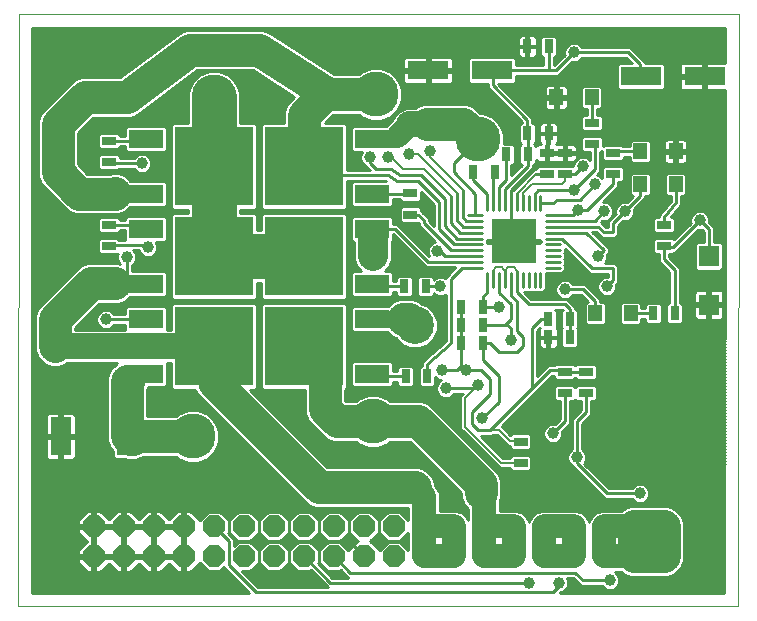
<source format=gtl>
G75*
%MOIN*%
%OFA0B0*%
%FSLAX25Y25*%
%IPPOS*%
%LPD*%
%AMOC8*
5,1,8,0,0,1.08239X$1,22.5*
%
%ADD10C,0.00000*%
%ADD11R,0.03150X0.04724*%
%ADD12R,0.04724X0.03150*%
%ADD13R,0.13780X0.06299*%
%ADD14R,0.06693X0.07087*%
%ADD15R,0.04724X0.05512*%
%ADD16R,0.26378X0.26378*%
%ADD17R,0.11811X0.06299*%
%ADD18R,0.07087X0.12598*%
%ADD19C,0.01102*%
%ADD20R,0.15000X0.15000*%
%ADD21OC8,0.07400*%
%ADD22C,0.01000*%
%ADD23C,0.05000*%
%ADD24C,0.03962*%
%ADD25C,0.11000*%
%ADD26C,0.08000*%
%ADD27C,0.15000*%
%ADD28C,0.15024*%
%ADD29C,0.09449*%
%ADD30C,0.10000*%
%ADD31C,0.08600*%
%ADD32C,0.00800*%
%ADD33C,0.05600*%
%ADD34C,0.12661*%
%ADD35C,0.07600*%
D10*
X0393035Y0002225D02*
X0393333Y0199493D01*
X0633255Y0199493D01*
X0632956Y0002225D01*
X0393035Y0002225D01*
D11*
X0522290Y0078793D03*
X0529377Y0078793D03*
X0540790Y0089793D03*
X0547877Y0089793D03*
X0547877Y0095793D03*
X0540790Y0095793D03*
X0540790Y0101793D03*
X0547877Y0101793D03*
X0569790Y0097793D03*
X0576877Y0097793D03*
X0576877Y0091793D03*
X0569790Y0091793D03*
X0604790Y0099793D03*
X0611877Y0099793D03*
X0528877Y0108793D03*
X0521790Y0108793D03*
X0544790Y0146793D03*
X0551877Y0146793D03*
X0555790Y0152793D03*
X0562877Y0152793D03*
X0562790Y0159793D03*
X0569877Y0159793D03*
X0569877Y0188793D03*
X0562790Y0188793D03*
D12*
X0584333Y0163336D03*
X0584333Y0156249D03*
X0591333Y0153336D03*
X0575333Y0153336D03*
X0569333Y0153336D03*
X0569333Y0146249D03*
X0575333Y0146249D03*
X0591333Y0146249D03*
X0608333Y0129336D03*
X0608333Y0122249D03*
X0523833Y0132749D03*
X0523833Y0139836D03*
X0423333Y0150249D03*
X0423333Y0157336D03*
X0423333Y0129336D03*
X0423333Y0122249D03*
X0575333Y0080336D03*
X0582333Y0080336D03*
X0582333Y0073249D03*
X0575333Y0073249D03*
X0560623Y0057057D03*
X0560623Y0049970D03*
D13*
X0600703Y0178793D03*
X0621963Y0178793D03*
X0550963Y0180793D03*
X0529703Y0180793D03*
D14*
X0623333Y0118863D03*
X0623333Y0102722D03*
D15*
X0597239Y0099793D03*
X0585428Y0099793D03*
X0600428Y0142793D03*
X0612239Y0142793D03*
X0612239Y0153793D03*
X0600428Y0153793D03*
X0584239Y0171793D03*
X0572428Y0171793D03*
D16*
X0488333Y0148793D03*
X0458333Y0148793D03*
X0458333Y0118793D03*
X0488333Y0118793D03*
X0488333Y0088793D03*
X0458333Y0088793D03*
D17*
X0435696Y0097848D03*
X0435696Y0109737D03*
X0435696Y0127848D03*
X0435696Y0139737D03*
X0435696Y0157848D03*
X0510971Y0157848D03*
X0510971Y0139737D03*
X0510971Y0127848D03*
X0510971Y0109737D03*
X0510971Y0097848D03*
X0510971Y0079737D03*
X0435696Y0079737D03*
D18*
X0429357Y0058793D03*
X0407310Y0058793D03*
D19*
X0549475Y0108564D02*
X0549475Y0113202D01*
X0551444Y0113202D02*
X0551444Y0108564D01*
X0553412Y0108564D02*
X0553412Y0113202D01*
X0555381Y0113202D02*
X0555381Y0108564D01*
X0557349Y0108564D02*
X0557349Y0113202D01*
X0559318Y0113202D02*
X0559318Y0108564D01*
X0561286Y0108564D02*
X0561286Y0113202D01*
X0563255Y0113202D02*
X0563255Y0108564D01*
X0565223Y0108564D02*
X0565223Y0113202D01*
X0567192Y0113202D02*
X0567192Y0108564D01*
X0568924Y0114934D02*
X0573562Y0114934D01*
X0573562Y0116903D02*
X0568924Y0116903D01*
X0568924Y0118871D02*
X0573562Y0118871D01*
X0573562Y0120840D02*
X0568924Y0120840D01*
X0568924Y0122808D02*
X0573562Y0122808D01*
X0573562Y0124777D02*
X0568924Y0124777D01*
X0568924Y0126745D02*
X0573562Y0126745D01*
X0573562Y0128714D02*
X0568924Y0128714D01*
X0568924Y0130682D02*
X0573562Y0130682D01*
X0573562Y0132651D02*
X0568924Y0132651D01*
X0567192Y0134383D02*
X0567192Y0139021D01*
X0565223Y0139021D02*
X0565223Y0134383D01*
X0563255Y0134383D02*
X0563255Y0139021D01*
X0561286Y0139021D02*
X0561286Y0134383D01*
X0559318Y0134383D02*
X0559318Y0139021D01*
X0557349Y0139021D02*
X0557349Y0134383D01*
X0555381Y0134383D02*
X0555381Y0139021D01*
X0553412Y0139021D02*
X0553412Y0134383D01*
X0551444Y0134383D02*
X0551444Y0139021D01*
X0549475Y0139021D02*
X0549475Y0134383D01*
X0547743Y0132651D02*
X0543105Y0132651D01*
X0543105Y0130682D02*
X0547743Y0130682D01*
X0547743Y0128714D02*
X0543105Y0128714D01*
X0543105Y0126745D02*
X0547743Y0126745D01*
X0547743Y0124777D02*
X0543105Y0124777D01*
X0543105Y0122808D02*
X0547743Y0122808D01*
X0547743Y0120840D02*
X0543105Y0120840D01*
X0543105Y0118871D02*
X0547743Y0118871D01*
X0547743Y0116903D02*
X0543105Y0116903D01*
X0543105Y0114934D02*
X0547743Y0114934D01*
D20*
X0558333Y0123793D03*
D21*
X0558333Y0028793D03*
X0548333Y0028793D03*
X0538333Y0028793D03*
X0528333Y0028793D03*
X0518333Y0028793D03*
X0508333Y0028793D03*
X0498333Y0028793D03*
X0488333Y0028793D03*
X0478333Y0028793D03*
X0468333Y0028793D03*
X0458333Y0028793D03*
X0448333Y0028793D03*
X0438333Y0028793D03*
X0428333Y0028793D03*
X0418333Y0028793D03*
X0418333Y0018793D03*
X0428333Y0018793D03*
X0438333Y0018793D03*
X0448333Y0018793D03*
X0458333Y0018793D03*
X0468333Y0018793D03*
X0478333Y0018793D03*
X0488333Y0018793D03*
X0498333Y0018793D03*
X0508333Y0018793D03*
X0518333Y0018793D03*
X0528333Y0018793D03*
X0538333Y0018793D03*
X0548333Y0018793D03*
X0558333Y0018793D03*
X0568333Y0018793D03*
X0578333Y0018793D03*
X0588333Y0018793D03*
X0598333Y0018793D03*
X0608333Y0018793D03*
X0608333Y0028793D03*
X0598333Y0028793D03*
X0588333Y0028793D03*
X0578333Y0028793D03*
X0568333Y0028793D03*
D22*
X0563625Y0031014D02*
X0563433Y0030822D01*
X0563433Y0030551D01*
X0563333Y0030310D01*
X0563233Y0030551D01*
X0563233Y0030822D01*
X0563042Y0031014D01*
X0562742Y0031738D01*
X0561279Y0033201D01*
X0560555Y0033501D01*
X0560363Y0033693D01*
X0560092Y0033693D01*
X0559368Y0033993D01*
X0553533Y0033993D01*
X0553533Y0037253D01*
X0554033Y0038460D01*
X0554033Y0044125D01*
X0553013Y0046588D01*
X0530129Y0069472D01*
X0527666Y0070493D01*
X0516954Y0070493D01*
X0516268Y0071178D01*
X0513066Y0072504D01*
X0509600Y0072504D01*
X0506398Y0071178D01*
X0505713Y0070493D01*
X0502109Y0070493D01*
X0502033Y0070568D01*
X0502033Y0074418D01*
X0502722Y0075106D01*
X0502722Y0102479D01*
X0502019Y0103181D01*
X0474647Y0103181D01*
X0473944Y0102479D01*
X0473944Y0075106D01*
X0474647Y0074404D01*
X0488633Y0074404D01*
X0488633Y0066460D01*
X0489653Y0063997D01*
X0495538Y0058113D01*
X0498001Y0057093D01*
X0505713Y0057093D01*
X0506398Y0056407D01*
X0509600Y0055081D01*
X0513066Y0055081D01*
X0516268Y0056407D01*
X0516954Y0057093D01*
X0523558Y0057093D01*
X0540633Y0040017D01*
X0540633Y0038460D01*
X0541653Y0035997D01*
X0543133Y0034517D01*
X0543133Y0030922D01*
X0543042Y0031014D01*
X0542742Y0031738D01*
X0541279Y0033201D01*
X0540555Y0033501D01*
X0540363Y0033693D01*
X0540092Y0033693D01*
X0539368Y0033993D01*
X0533533Y0033993D01*
X0533533Y0039827D01*
X0532742Y0041738D01*
X0532033Y0042446D01*
X0532033Y0043125D01*
X0531013Y0045588D01*
X0529129Y0047472D01*
X0526666Y0048493D01*
X0496109Y0048493D01*
X0470198Y0074404D01*
X0472019Y0074404D01*
X0472722Y0075106D01*
X0472722Y0102479D01*
X0472019Y0103181D01*
X0444647Y0103181D01*
X0443944Y0102479D01*
X0443944Y0094293D01*
X0442801Y0094293D01*
X0442801Y0101494D01*
X0442098Y0102197D01*
X0429293Y0102197D01*
X0428590Y0101494D01*
X0428590Y0099493D01*
X0425072Y0099493D01*
X0425030Y0099594D01*
X0424135Y0100489D01*
X0422966Y0100974D01*
X0421701Y0100974D01*
X0420531Y0100489D01*
X0419637Y0099594D01*
X0419152Y0098425D01*
X0419152Y0097160D01*
X0419637Y0095991D01*
X0420531Y0095096D01*
X0421701Y0094611D01*
X0422966Y0094611D01*
X0424135Y0095096D01*
X0425030Y0095991D01*
X0425072Y0096093D01*
X0428590Y0096093D01*
X0428590Y0094293D01*
X0412033Y0094293D01*
X0412033Y0095017D01*
X0420109Y0103093D01*
X0426666Y0103093D01*
X0429129Y0104113D01*
X0430404Y0105388D01*
X0442098Y0105388D01*
X0442801Y0106091D01*
X0442801Y0113384D01*
X0442098Y0114087D01*
X0431033Y0114087D01*
X0431033Y0115803D01*
X0431135Y0115846D01*
X0432030Y0116741D01*
X0432514Y0117910D01*
X0432514Y0119175D01*
X0432030Y0120344D01*
X0431325Y0121049D01*
X0433198Y0121049D01*
X0433637Y0119991D01*
X0434531Y0119096D01*
X0435701Y0118611D01*
X0436966Y0118611D01*
X0438135Y0119096D01*
X0439030Y0119991D01*
X0439514Y0121160D01*
X0439514Y0122425D01*
X0439070Y0123498D01*
X0442098Y0123498D01*
X0442801Y0124201D01*
X0442801Y0131494D01*
X0442098Y0132197D01*
X0429293Y0132197D01*
X0428590Y0131494D01*
X0428590Y0131036D01*
X0426896Y0131036D01*
X0426896Y0131408D01*
X0426193Y0132111D01*
X0420474Y0132111D01*
X0419771Y0131408D01*
X0419771Y0127264D01*
X0420474Y0126561D01*
X0426193Y0126561D01*
X0426896Y0127264D01*
X0426896Y0127636D01*
X0428590Y0127636D01*
X0428590Y0124449D01*
X0426767Y0124449D01*
X0426193Y0125024D01*
X0420474Y0125024D01*
X0419771Y0124321D01*
X0419771Y0120177D01*
X0420474Y0119474D01*
X0426193Y0119474D01*
X0426335Y0119617D01*
X0426152Y0119175D01*
X0426152Y0117910D01*
X0426637Y0116741D01*
X0427039Y0116338D01*
X0426666Y0116493D01*
X0416001Y0116493D01*
X0413538Y0115472D01*
X0401538Y0103472D01*
X0399653Y0101588D01*
X0398633Y0099125D01*
X0398633Y0087460D01*
X0399653Y0084997D01*
X0401538Y0083113D01*
X0404001Y0082093D01*
X0406666Y0082093D01*
X0409129Y0083113D01*
X0409309Y0083293D01*
X0426183Y0083293D01*
X0426058Y0083201D01*
X0425562Y0082996D01*
X0424990Y0082424D01*
X0424337Y0081949D01*
X0424056Y0081491D01*
X0423677Y0081111D01*
X0423368Y0080365D01*
X0422946Y0079675D01*
X0422862Y0079145D01*
X0422657Y0078649D01*
X0422657Y0077840D01*
X0422531Y0077042D01*
X0422657Y0076520D01*
X0422657Y0057460D01*
X0423677Y0054997D01*
X0424614Y0054061D01*
X0424614Y0051996D01*
X0425317Y0051293D01*
X0428539Y0051293D01*
X0429024Y0051093D01*
X0432666Y0051093D01*
X0433151Y0051293D01*
X0433397Y0051293D01*
X0433572Y0051468D01*
X0435080Y0052093D01*
X0445713Y0052093D01*
X0446398Y0051407D01*
X0449600Y0050081D01*
X0453066Y0050081D01*
X0456268Y0051407D01*
X0458719Y0053858D01*
X0460045Y0057060D01*
X0460045Y0060525D01*
X0458719Y0063727D01*
X0456268Y0066178D01*
X0453066Y0067504D01*
X0449600Y0067504D01*
X0446398Y0066178D01*
X0445713Y0065493D01*
X0436057Y0065493D01*
X0436057Y0074162D01*
X0436189Y0074379D01*
X0436348Y0075388D01*
X0442098Y0075388D01*
X0442801Y0076091D01*
X0442801Y0083293D01*
X0443944Y0083293D01*
X0443944Y0075106D01*
X0444647Y0074404D01*
X0452071Y0074404D01*
X0452653Y0072997D01*
X0454538Y0071113D01*
X0489538Y0036113D01*
X0492001Y0035093D01*
X0523133Y0035093D01*
X0523133Y0030922D01*
X0520363Y0033693D01*
X0516304Y0033693D01*
X0513433Y0030822D01*
X0513433Y0026763D01*
X0516304Y0023893D01*
X0520363Y0023893D01*
X0523133Y0026663D01*
X0523133Y0020922D01*
X0520363Y0023693D01*
X0516304Y0023693D01*
X0513533Y0020922D01*
X0513533Y0020946D01*
X0510487Y0023993D01*
X0510463Y0023993D01*
X0513233Y0026763D01*
X0513233Y0030822D01*
X0510363Y0033693D01*
X0506304Y0033693D01*
X0503433Y0030822D01*
X0503433Y0026763D01*
X0506204Y0023993D01*
X0506179Y0023993D01*
X0503133Y0020946D01*
X0503133Y0020922D01*
X0500363Y0023693D01*
X0496304Y0023693D01*
X0493433Y0020822D01*
X0493433Y0016763D01*
X0496304Y0013893D01*
X0500363Y0013893D01*
X0500596Y0014126D01*
X0502979Y0011743D01*
X0497787Y0011743D01*
X0493000Y0016530D01*
X0493233Y0016763D01*
X0493233Y0020822D01*
X0490363Y0023693D01*
X0486304Y0023693D01*
X0483433Y0020822D01*
X0483433Y0016763D01*
X0486304Y0013893D01*
X0490363Y0013893D01*
X0490596Y0014126D01*
X0496229Y0008493D01*
X0473037Y0008493D01*
X0467637Y0013893D01*
X0470363Y0013893D01*
X0473233Y0016763D01*
X0473233Y0020822D01*
X0470363Y0023693D01*
X0466304Y0023693D01*
X0465033Y0022422D01*
X0465033Y0024497D01*
X0463000Y0026530D01*
X0463233Y0026763D01*
X0463233Y0030822D01*
X0460363Y0033693D01*
X0456304Y0033693D01*
X0453533Y0030922D01*
X0453533Y0030946D01*
X0450487Y0033993D01*
X0448833Y0033993D01*
X0448833Y0029293D01*
X0447833Y0029293D01*
X0447833Y0033993D01*
X0446179Y0033993D01*
X0443333Y0031146D01*
X0440487Y0033993D01*
X0438833Y0033993D01*
X0438833Y0029293D01*
X0437833Y0029293D01*
X0437833Y0033993D01*
X0436179Y0033993D01*
X0433333Y0031146D01*
X0430487Y0033993D01*
X0428833Y0033993D01*
X0428833Y0029293D01*
X0427833Y0029293D01*
X0427833Y0033993D01*
X0426179Y0033993D01*
X0423333Y0031146D01*
X0420487Y0033993D01*
X0418833Y0033993D01*
X0418833Y0029293D01*
X0417833Y0029293D01*
X0417833Y0033993D01*
X0416179Y0033993D01*
X0413133Y0030946D01*
X0413133Y0029292D01*
X0417833Y0029292D01*
X0417833Y0028293D01*
X0413133Y0028293D01*
X0413133Y0026639D01*
X0415979Y0023793D01*
X0413133Y0020946D01*
X0413133Y0019292D01*
X0417833Y0019292D01*
X0417833Y0018293D01*
X0413133Y0018293D01*
X0413133Y0016639D01*
X0416179Y0013593D01*
X0417833Y0013593D01*
X0417833Y0018292D01*
X0418833Y0018292D01*
X0418833Y0013593D01*
X0420487Y0013593D01*
X0423333Y0016439D01*
X0426179Y0013593D01*
X0427833Y0013593D01*
X0427833Y0018292D01*
X0428833Y0018292D01*
X0428833Y0013593D01*
X0430487Y0013593D01*
X0433333Y0016439D01*
X0436179Y0013593D01*
X0437833Y0013593D01*
X0437833Y0018292D01*
X0438833Y0018292D01*
X0438833Y0013593D01*
X0440487Y0013593D01*
X0443333Y0016439D01*
X0446179Y0013593D01*
X0447833Y0013593D01*
X0447833Y0018292D01*
X0448833Y0018292D01*
X0448833Y0013593D01*
X0450487Y0013593D01*
X0453533Y0016639D01*
X0453533Y0016663D01*
X0456304Y0013893D01*
X0460363Y0013893D01*
X0461633Y0015163D01*
X0461633Y0015088D01*
X0469997Y0006725D01*
X0397542Y0006725D01*
X0397827Y0194993D01*
X0628748Y0194993D01*
X0628730Y0183442D01*
X0622463Y0183442D01*
X0622463Y0179293D01*
X0621463Y0179293D01*
X0621463Y0183442D01*
X0614876Y0183442D01*
X0614495Y0183340D01*
X0614152Y0183142D01*
X0613873Y0182863D01*
X0613676Y0182521D01*
X0613573Y0182140D01*
X0613573Y0179292D01*
X0621463Y0179292D01*
X0621463Y0178293D01*
X0613573Y0178293D01*
X0613573Y0175445D01*
X0613676Y0175064D01*
X0613873Y0174722D01*
X0614152Y0174443D01*
X0614495Y0174245D01*
X0614876Y0174143D01*
X0621463Y0174143D01*
X0621463Y0178292D01*
X0622463Y0178292D01*
X0622463Y0174143D01*
X0628716Y0174143D01*
X0628463Y0006725D01*
X0573670Y0006725D01*
X0573806Y0006861D01*
X0573966Y0006861D01*
X0575135Y0007346D01*
X0576030Y0008241D01*
X0576514Y0009410D01*
X0576514Y0010675D01*
X0576134Y0011593D01*
X0578129Y0011593D01*
X0580629Y0009093D01*
X0587594Y0009093D01*
X0587637Y0008991D01*
X0588531Y0008096D01*
X0589701Y0007611D01*
X0590966Y0007611D01*
X0592135Y0008096D01*
X0593030Y0008991D01*
X0593514Y0010160D01*
X0593514Y0011425D01*
X0593030Y0012594D01*
X0592135Y0013489D01*
X0591886Y0013593D01*
X0594058Y0013593D01*
X0594538Y0013113D01*
X0597001Y0012093D01*
X0609666Y0012093D01*
X0612129Y0013113D01*
X0614013Y0014997D01*
X0615033Y0017460D01*
X0615033Y0030125D01*
X0614013Y0032588D01*
X0612129Y0034472D01*
X0609666Y0035493D01*
X0597001Y0035493D01*
X0594538Y0034472D01*
X0594058Y0033993D01*
X0587299Y0033993D01*
X0586575Y0033693D01*
X0586304Y0033693D01*
X0586112Y0033501D01*
X0585388Y0033201D01*
X0583925Y0031738D01*
X0583625Y0031014D01*
X0583433Y0030822D01*
X0583433Y0030551D01*
X0583333Y0030310D01*
X0583233Y0030551D01*
X0583233Y0030822D01*
X0583042Y0031014D01*
X0582742Y0031738D01*
X0581279Y0033201D01*
X0580555Y0033501D01*
X0580363Y0033693D01*
X0580092Y0033693D01*
X0579368Y0033993D01*
X0567299Y0033993D01*
X0566575Y0033693D01*
X0566304Y0033693D01*
X0566112Y0033501D01*
X0565388Y0033201D01*
X0563925Y0031738D01*
X0563625Y0031014D01*
X0563433Y0030752D02*
X0563233Y0030752D01*
X0562729Y0031751D02*
X0563938Y0031751D01*
X0564936Y0032749D02*
X0561730Y0032749D01*
X0559958Y0033748D02*
X0566708Y0033748D01*
X0553533Y0034746D02*
X0595199Y0034746D01*
X0597885Y0037742D02*
X0553736Y0037742D01*
X0553533Y0036743D02*
X0599382Y0036743D01*
X0599701Y0036611D02*
X0600966Y0036611D01*
X0602135Y0037096D01*
X0603030Y0037991D01*
X0603514Y0039160D01*
X0603514Y0040425D01*
X0603030Y0041594D01*
X0602135Y0042489D01*
X0600966Y0042974D01*
X0599701Y0042974D01*
X0598531Y0042489D01*
X0597637Y0041594D01*
X0597594Y0041493D01*
X0590037Y0041493D01*
X0581785Y0049745D01*
X0582030Y0049991D01*
X0582514Y0051160D01*
X0582514Y0052425D01*
X0582030Y0053594D01*
X0581135Y0054489D01*
X0581033Y0054532D01*
X0581033Y0063088D01*
X0584033Y0066088D01*
X0584033Y0070474D01*
X0585193Y0070474D01*
X0585896Y0071177D01*
X0585896Y0075321D01*
X0585193Y0076024D01*
X0579474Y0076024D01*
X0578833Y0075383D01*
X0578193Y0076024D01*
X0572474Y0076024D01*
X0571771Y0075321D01*
X0571771Y0071177D01*
X0572474Y0070474D01*
X0573633Y0070474D01*
X0573633Y0064497D01*
X0572068Y0062931D01*
X0571966Y0062974D01*
X0570701Y0062974D01*
X0569531Y0062489D01*
X0568637Y0061594D01*
X0568152Y0060425D01*
X0568152Y0059160D01*
X0568637Y0057991D01*
X0569531Y0057096D01*
X0570701Y0056611D01*
X0571966Y0056611D01*
X0573135Y0057096D01*
X0574030Y0057991D01*
X0574514Y0059160D01*
X0574514Y0060425D01*
X0574472Y0060527D01*
X0577033Y0063088D01*
X0577033Y0070474D01*
X0578193Y0070474D01*
X0578833Y0071115D01*
X0579474Y0070474D01*
X0580633Y0070474D01*
X0580633Y0067497D01*
X0578629Y0065493D01*
X0577633Y0064497D01*
X0577633Y0054532D01*
X0577531Y0054489D01*
X0576637Y0053594D01*
X0576152Y0052425D01*
X0576152Y0051160D01*
X0576637Y0049991D01*
X0577531Y0049096D01*
X0577693Y0049029D01*
X0587633Y0039088D01*
X0588629Y0038093D01*
X0597594Y0038093D01*
X0597637Y0037991D01*
X0598531Y0037096D01*
X0599701Y0036611D01*
X0601285Y0036743D02*
X0628508Y0036743D01*
X0628507Y0035745D02*
X0553533Y0035745D01*
X0554033Y0038740D02*
X0587981Y0038740D01*
X0586983Y0039739D02*
X0554033Y0039739D01*
X0554033Y0040737D02*
X0585984Y0040737D01*
X0584986Y0041736D02*
X0554033Y0041736D01*
X0554033Y0042734D02*
X0583987Y0042734D01*
X0582989Y0043733D02*
X0554033Y0043733D01*
X0553782Y0044731D02*
X0581990Y0044731D01*
X0580992Y0045730D02*
X0553369Y0045730D01*
X0552873Y0046729D02*
X0579993Y0046729D01*
X0578995Y0047727D02*
X0564014Y0047727D01*
X0564186Y0047898D02*
X0564186Y0052042D01*
X0563483Y0052745D01*
X0557764Y0052745D01*
X0557061Y0052042D01*
X0557061Y0051570D01*
X0554855Y0051570D01*
X0547333Y0059093D01*
X0551037Y0059093D01*
X0551137Y0059193D01*
X0552726Y0059193D01*
X0555366Y0056553D01*
X0556303Y0055616D01*
X0557061Y0055616D01*
X0557061Y0054985D01*
X0557764Y0054282D01*
X0563483Y0054282D01*
X0564186Y0054985D01*
X0564186Y0059129D01*
X0563483Y0059832D01*
X0557764Y0059832D01*
X0557188Y0059256D01*
X0554195Y0062250D01*
X0566033Y0074088D01*
X0571037Y0079093D01*
X0571771Y0079093D01*
X0571771Y0078264D01*
X0572474Y0077561D01*
X0578193Y0077561D01*
X0578833Y0078202D01*
X0579474Y0077561D01*
X0585193Y0077561D01*
X0585896Y0078264D01*
X0585896Y0082408D01*
X0585193Y0083111D01*
X0579474Y0083111D01*
X0578833Y0082470D01*
X0578193Y0083111D01*
X0572474Y0083111D01*
X0571856Y0082493D01*
X0569629Y0082493D01*
X0568633Y0081497D01*
X0566033Y0078897D01*
X0566033Y0094088D01*
X0567007Y0095062D01*
X0566817Y0094734D01*
X0566715Y0094352D01*
X0566715Y0092080D01*
X0569503Y0092080D01*
X0569503Y0091505D01*
X0570077Y0091505D01*
X0570077Y0087930D01*
X0571562Y0087930D01*
X0571944Y0088033D01*
X0572286Y0088230D01*
X0572565Y0088509D01*
X0572763Y0088851D01*
X0572865Y0089233D01*
X0572865Y0091505D01*
X0570077Y0091505D01*
X0570077Y0092080D01*
X0572865Y0092080D01*
X0572865Y0094352D01*
X0572763Y0094734D01*
X0572565Y0095076D01*
X0572565Y0100652D01*
X0572124Y0101093D01*
X0574543Y0101093D01*
X0574102Y0100652D01*
X0574102Y0094933D01*
X0574243Y0094793D01*
X0574102Y0094652D01*
X0574102Y0088933D01*
X0574805Y0088230D01*
X0578948Y0088230D01*
X0579651Y0088933D01*
X0579651Y0094652D01*
X0579511Y0094793D01*
X0579651Y0094933D01*
X0579651Y0100652D01*
X0578948Y0101355D01*
X0578577Y0101355D01*
X0578577Y0101953D01*
X0577581Y0102949D01*
X0576037Y0104493D01*
X0564037Y0104493D01*
X0561717Y0106813D01*
X0562011Y0106813D01*
X0562270Y0107072D01*
X0562529Y0106813D01*
X0563980Y0106813D01*
X0564239Y0107072D01*
X0564498Y0106813D01*
X0565948Y0106813D01*
X0566207Y0107072D01*
X0566466Y0106813D01*
X0567917Y0106813D01*
X0568943Y0107839D01*
X0568943Y0113183D01*
X0574287Y0113183D01*
X0575313Y0114209D01*
X0575313Y0115660D01*
X0575054Y0115918D01*
X0575313Y0116177D01*
X0575313Y0117628D01*
X0575054Y0117887D01*
X0575313Y0118146D01*
X0575313Y0119597D01*
X0575054Y0119855D01*
X0575313Y0120114D01*
X0575313Y0121409D01*
X0582633Y0114088D01*
X0583629Y0113093D01*
X0589633Y0113093D01*
X0589633Y0111974D01*
X0588701Y0111974D01*
X0587531Y0111489D01*
X0586637Y0110594D01*
X0586152Y0109425D01*
X0586152Y0108160D01*
X0586637Y0106991D01*
X0587531Y0106096D01*
X0588701Y0105611D01*
X0589966Y0105611D01*
X0591135Y0106096D01*
X0592030Y0106991D01*
X0592514Y0108160D01*
X0592514Y0109425D01*
X0592472Y0109527D01*
X0593033Y0110088D01*
X0593033Y0115497D01*
X0592037Y0116493D01*
X0588532Y0116493D01*
X0589030Y0116991D01*
X0589514Y0118160D01*
X0589514Y0119425D01*
X0589472Y0119527D01*
X0590033Y0120088D01*
X0590033Y0121497D01*
X0589037Y0122493D01*
X0584516Y0127014D01*
X0585708Y0127014D01*
X0586633Y0126088D01*
X0587629Y0125093D01*
X0592037Y0125093D01*
X0593033Y0126088D01*
X0593033Y0129088D01*
X0594599Y0130654D01*
X0594701Y0130611D01*
X0595966Y0130611D01*
X0597135Y0131096D01*
X0598030Y0131991D01*
X0598514Y0133160D01*
X0598514Y0134425D01*
X0598472Y0134527D01*
X0601132Y0137187D01*
X0602128Y0138183D01*
X0602128Y0138837D01*
X0603287Y0138837D01*
X0603990Y0139540D01*
X0603990Y0146045D01*
X0603287Y0146748D01*
X0597569Y0146748D01*
X0596866Y0146045D01*
X0596866Y0139540D01*
X0597569Y0138837D01*
X0597973Y0138837D01*
X0596068Y0136931D01*
X0595966Y0136974D01*
X0594701Y0136974D01*
X0593531Y0136489D01*
X0592637Y0135594D01*
X0592152Y0134425D01*
X0592152Y0133160D01*
X0592194Y0133058D01*
X0589633Y0130497D01*
X0589633Y0128493D01*
X0589037Y0128493D01*
X0587237Y0130293D01*
X0587599Y0130654D01*
X0587701Y0130611D01*
X0588966Y0130611D01*
X0590135Y0131096D01*
X0591030Y0131991D01*
X0591514Y0133160D01*
X0591514Y0134425D01*
X0591030Y0135594D01*
X0590135Y0136489D01*
X0588966Y0136974D01*
X0587919Y0136974D01*
X0593033Y0142088D01*
X0593033Y0143474D01*
X0594193Y0143474D01*
X0594896Y0144177D01*
X0594896Y0148321D01*
X0594193Y0149024D01*
X0588474Y0149024D01*
X0587771Y0148321D01*
X0587771Y0144853D01*
X0587135Y0145489D01*
X0585966Y0145974D01*
X0585919Y0145974D01*
X0586037Y0146093D01*
X0587033Y0147088D01*
X0587033Y0153474D01*
X0587193Y0153474D01*
X0587771Y0154053D01*
X0587771Y0151264D01*
X0588474Y0150561D01*
X0594193Y0150561D01*
X0594896Y0151264D01*
X0594896Y0152093D01*
X0596866Y0152093D01*
X0596866Y0150540D01*
X0597569Y0149837D01*
X0603287Y0149837D01*
X0603990Y0150540D01*
X0603990Y0157045D01*
X0603287Y0157748D01*
X0597569Y0157748D01*
X0596866Y0157045D01*
X0596866Y0155493D01*
X0594811Y0155493D01*
X0594193Y0156111D01*
X0588474Y0156111D01*
X0587896Y0155532D01*
X0587896Y0158321D01*
X0587193Y0159024D01*
X0581474Y0159024D01*
X0580771Y0158321D01*
X0580771Y0154177D01*
X0581474Y0153474D01*
X0583633Y0153474D01*
X0583633Y0150991D01*
X0583135Y0151489D01*
X0581966Y0151974D01*
X0580701Y0151974D01*
X0579531Y0151489D01*
X0578915Y0150873D01*
X0579093Y0151182D01*
X0579196Y0151564D01*
X0579196Y0153048D01*
X0575621Y0153048D01*
X0575621Y0150261D01*
X0577893Y0150261D01*
X0578275Y0150363D01*
X0578617Y0150561D01*
X0578627Y0150571D01*
X0578152Y0149425D01*
X0578152Y0149024D01*
X0572474Y0149024D01*
X0572333Y0148883D01*
X0572193Y0149024D01*
X0566474Y0149024D01*
X0565771Y0148321D01*
X0565771Y0147949D01*
X0565086Y0147949D01*
X0564090Y0146953D01*
X0564090Y0146812D01*
X0558755Y0141477D01*
X0558613Y0141477D01*
X0558084Y0140947D01*
X0557619Y0141072D01*
X0557517Y0141072D01*
X0563581Y0147136D01*
X0564577Y0148132D01*
X0564577Y0149230D01*
X0564948Y0149230D01*
X0565651Y0149933D01*
X0565651Y0151047D01*
X0565771Y0150840D01*
X0566050Y0150561D01*
X0566392Y0150363D01*
X0566774Y0150261D01*
X0569046Y0150261D01*
X0569046Y0153048D01*
X0569621Y0153048D01*
X0569621Y0150261D01*
X0571893Y0150261D01*
X0572275Y0150363D01*
X0572333Y0150397D01*
X0572392Y0150363D01*
X0572774Y0150261D01*
X0575046Y0150261D01*
X0575046Y0153048D01*
X0575621Y0153048D01*
X0575621Y0153623D01*
X0579196Y0153623D01*
X0579196Y0155108D01*
X0579093Y0155490D01*
X0578896Y0155832D01*
X0578617Y0156111D01*
X0578275Y0156308D01*
X0577893Y0156411D01*
X0575621Y0156411D01*
X0575621Y0153623D01*
X0575046Y0153623D01*
X0575046Y0153048D01*
X0569621Y0153048D01*
X0569621Y0153623D01*
X0573196Y0153623D01*
X0575046Y0153623D01*
X0575046Y0156411D01*
X0572774Y0156411D01*
X0572472Y0156330D01*
X0572652Y0156509D01*
X0572849Y0156851D01*
X0572951Y0157233D01*
X0572951Y0159505D01*
X0570164Y0159505D01*
X0570164Y0156411D01*
X0569621Y0156411D01*
X0569621Y0153623D01*
X0569046Y0153623D01*
X0569046Y0155930D01*
X0569589Y0155930D01*
X0569589Y0159505D01*
X0566802Y0159505D01*
X0566802Y0157233D01*
X0566904Y0156851D01*
X0567102Y0156509D01*
X0567200Y0156411D01*
X0566774Y0156411D01*
X0566392Y0156308D01*
X0566050Y0156111D01*
X0565771Y0155832D01*
X0565651Y0155625D01*
X0565651Y0155652D01*
X0564967Y0156336D01*
X0565565Y0156933D01*
X0565565Y0162652D01*
X0564862Y0163355D01*
X0564490Y0163355D01*
X0564490Y0165040D01*
X0553087Y0176443D01*
X0558350Y0176443D01*
X0559053Y0177146D01*
X0559053Y0179093D01*
X0573037Y0179093D01*
X0577599Y0183654D01*
X0577701Y0183611D01*
X0578966Y0183611D01*
X0580135Y0184096D01*
X0581030Y0184991D01*
X0581072Y0185093D01*
X0595629Y0185093D01*
X0597580Y0183142D01*
X0593317Y0183142D01*
X0592614Y0182439D01*
X0592614Y0175146D01*
X0593317Y0174443D01*
X0608090Y0174443D01*
X0608793Y0175146D01*
X0608793Y0182439D01*
X0608090Y0183142D01*
X0602033Y0183142D01*
X0602033Y0183497D01*
X0601037Y0184493D01*
X0597037Y0188493D01*
X0581072Y0188493D01*
X0581030Y0188594D01*
X0580135Y0189489D01*
X0578966Y0189974D01*
X0577701Y0189974D01*
X0576531Y0189489D01*
X0575637Y0188594D01*
X0575152Y0187425D01*
X0575152Y0186160D01*
X0575194Y0186058D01*
X0571629Y0182493D01*
X0571577Y0182493D01*
X0571577Y0185230D01*
X0571948Y0185230D01*
X0572651Y0185933D01*
X0572651Y0191652D01*
X0571948Y0192355D01*
X0567805Y0192355D01*
X0567102Y0191652D01*
X0567102Y0185933D01*
X0567805Y0185230D01*
X0568177Y0185230D01*
X0568177Y0182493D01*
X0559053Y0182493D01*
X0559053Y0184439D01*
X0558350Y0185142D01*
X0543576Y0185142D01*
X0542873Y0184439D01*
X0542873Y0177146D01*
X0543576Y0176443D01*
X0549633Y0176443D01*
X0549633Y0175088D01*
X0550629Y0174093D01*
X0561090Y0163632D01*
X0561090Y0163355D01*
X0560718Y0163355D01*
X0560015Y0162652D01*
X0560015Y0156933D01*
X0560699Y0156249D01*
X0560102Y0155652D01*
X0560102Y0149933D01*
X0560805Y0149230D01*
X0560867Y0149230D01*
X0557490Y0145853D01*
X0557490Y0149230D01*
X0557862Y0149230D01*
X0558565Y0149933D01*
X0558565Y0155652D01*
X0557862Y0156355D01*
X0555045Y0156355D01*
X0555045Y0159525D01*
X0553719Y0162727D01*
X0551268Y0165178D01*
X0548066Y0166504D01*
X0547097Y0166504D01*
X0545129Y0168472D01*
X0542666Y0169493D01*
X0528001Y0169493D01*
X0525538Y0168472D01*
X0525358Y0168293D01*
X0522239Y0168293D01*
X0520218Y0167455D01*
X0518671Y0165908D01*
X0518171Y0164701D01*
X0515667Y0162197D01*
X0504569Y0162197D01*
X0503866Y0161494D01*
X0503866Y0154201D01*
X0504569Y0153498D01*
X0507597Y0153498D01*
X0507152Y0152425D01*
X0507152Y0151160D01*
X0507637Y0149991D01*
X0508531Y0149096D01*
X0508693Y0149029D01*
X0509629Y0148093D01*
X0510229Y0147493D01*
X0502722Y0147493D01*
X0502722Y0162479D01*
X0502019Y0163181D01*
X0495198Y0163181D01*
X0498109Y0166093D01*
X0506713Y0166093D01*
X0507398Y0165407D01*
X0510600Y0164081D01*
X0514066Y0164081D01*
X0517268Y0165407D01*
X0519719Y0167858D01*
X0521045Y0171060D01*
X0521045Y0174525D01*
X0519719Y0177727D01*
X0517268Y0180178D01*
X0514066Y0181504D01*
X0510600Y0181504D01*
X0507398Y0180178D01*
X0506713Y0179493D01*
X0498297Y0179493D01*
X0477559Y0192792D01*
X0477129Y0193222D01*
X0476448Y0193504D01*
X0475828Y0193902D01*
X0475229Y0194009D01*
X0474666Y0194243D01*
X0473930Y0194243D01*
X0473205Y0194373D01*
X0472610Y0194243D01*
X0450809Y0194243D01*
X0449962Y0194364D01*
X0449489Y0194243D01*
X0449001Y0194243D01*
X0448209Y0193915D01*
X0447379Y0193702D01*
X0446989Y0193409D01*
X0446538Y0193222D01*
X0445932Y0192617D01*
X0427100Y0178493D01*
X0414001Y0178493D01*
X0411538Y0177472D01*
X0409653Y0175588D01*
X0400653Y0166588D01*
X0399633Y0164125D01*
X0399633Y0145460D01*
X0400653Y0142997D01*
X0402538Y0141113D01*
X0407708Y0135942D01*
X0409593Y0134057D01*
X0412056Y0133037D01*
X0426611Y0133037D01*
X0429073Y0134057D01*
X0430404Y0135388D01*
X0442098Y0135388D01*
X0442801Y0136091D01*
X0442801Y0143384D01*
X0442098Y0144087D01*
X0430514Y0144087D01*
X0429129Y0145472D01*
X0426666Y0146493D01*
X0424001Y0146493D01*
X0423868Y0146437D01*
X0416164Y0146437D01*
X0413033Y0149568D01*
X0413033Y0160017D01*
X0418109Y0165093D01*
X0428857Y0165093D01*
X0429705Y0164971D01*
X0430178Y0165093D01*
X0430666Y0165093D01*
X0431457Y0165420D01*
X0432287Y0165633D01*
X0432678Y0165926D01*
X0433129Y0166113D01*
X0433734Y0166718D01*
X0452567Y0180843D01*
X0471370Y0180843D01*
X0485102Y0172036D01*
X0484538Y0171472D01*
X0482653Y0169588D01*
X0481633Y0167125D01*
X0481633Y0163181D01*
X0474647Y0163181D01*
X0473944Y0162479D01*
X0473944Y0135106D01*
X0474647Y0134404D01*
X0502019Y0134404D01*
X0502722Y0135106D01*
X0502722Y0144093D01*
X0515819Y0144093D01*
X0515827Y0144087D01*
X0504569Y0144087D01*
X0503866Y0143384D01*
X0503866Y0136091D01*
X0504569Y0135388D01*
X0517374Y0135388D01*
X0518077Y0136091D01*
X0518077Y0138037D01*
X0520271Y0138037D01*
X0520271Y0137764D01*
X0520974Y0137061D01*
X0526693Y0137061D01*
X0527396Y0137764D01*
X0527396Y0140326D01*
X0531633Y0136088D01*
X0531633Y0128897D01*
X0530033Y0130497D01*
X0530033Y0131497D01*
X0528077Y0133453D01*
X0527396Y0134134D01*
X0527396Y0134821D01*
X0526693Y0135524D01*
X0520974Y0135524D01*
X0520271Y0134821D01*
X0520271Y0130677D01*
X0520974Y0129974D01*
X0526633Y0129974D01*
X0526633Y0129088D01*
X0527629Y0128093D01*
X0532057Y0123664D01*
X0531031Y0123239D01*
X0530137Y0122344D01*
X0529652Y0121175D01*
X0529652Y0119910D01*
X0530028Y0119002D01*
X0520478Y0128552D01*
X0519482Y0129548D01*
X0518077Y0129548D01*
X0518077Y0131494D01*
X0517374Y0132197D01*
X0504569Y0132197D01*
X0503866Y0131494D01*
X0503866Y0124201D01*
X0504569Y0123498D01*
X0505133Y0123498D01*
X0505133Y0117559D01*
X0506077Y0115280D01*
X0507271Y0114087D01*
X0504569Y0114087D01*
X0503866Y0113384D01*
X0503866Y0106091D01*
X0504569Y0105388D01*
X0517374Y0105388D01*
X0518077Y0106091D01*
X0518077Y0107093D01*
X0519015Y0107093D01*
X0519015Y0105933D01*
X0519718Y0105230D01*
X0523862Y0105230D01*
X0524565Y0105933D01*
X0524565Y0111652D01*
X0523862Y0112355D01*
X0519718Y0112355D01*
X0519015Y0111652D01*
X0519015Y0110493D01*
X0518077Y0110493D01*
X0518077Y0113384D01*
X0517374Y0114087D01*
X0515396Y0114087D01*
X0516589Y0115280D01*
X0517533Y0117559D01*
X0517533Y0123658D01*
X0518077Y0124201D01*
X0518077Y0126145D01*
X0529019Y0115203D01*
X0538839Y0115203D01*
X0536629Y0112993D01*
X0535633Y0111997D01*
X0535633Y0111490D01*
X0534466Y0111974D01*
X0533201Y0111974D01*
X0532031Y0111489D01*
X0531651Y0111109D01*
X0531651Y0111652D01*
X0530948Y0112355D01*
X0526805Y0112355D01*
X0526102Y0111652D01*
X0526102Y0105933D01*
X0526805Y0105230D01*
X0530948Y0105230D01*
X0531651Y0105933D01*
X0531651Y0106476D01*
X0532031Y0106096D01*
X0533201Y0105611D01*
X0534466Y0105611D01*
X0535633Y0106095D01*
X0535633Y0090564D01*
X0528738Y0084536D01*
X0528672Y0084536D01*
X0528215Y0084078D01*
X0527728Y0083652D01*
X0527723Y0083587D01*
X0527677Y0083540D01*
X0527677Y0082893D01*
X0527641Y0082355D01*
X0527305Y0082355D01*
X0526602Y0081652D01*
X0526602Y0075933D01*
X0527305Y0075230D01*
X0531448Y0075230D01*
X0532151Y0075933D01*
X0532151Y0078476D01*
X0532531Y0078096D01*
X0533701Y0077611D01*
X0534076Y0077611D01*
X0533781Y0077489D01*
X0532887Y0076594D01*
X0532402Y0075425D01*
X0532402Y0074160D01*
X0532887Y0072991D01*
X0533781Y0072096D01*
X0534951Y0071611D01*
X0536216Y0071611D01*
X0537385Y0072096D01*
X0538280Y0072991D01*
X0538322Y0073093D01*
X0541371Y0073093D01*
X0540448Y0072170D01*
X0540448Y0061452D01*
X0541386Y0060514D01*
X0553530Y0048370D01*
X0557061Y0048370D01*
X0557061Y0047898D01*
X0557764Y0047195D01*
X0563483Y0047195D01*
X0564186Y0047898D01*
X0564186Y0048726D02*
X0577996Y0048726D01*
X0576903Y0049724D02*
X0564186Y0049724D01*
X0564186Y0050723D02*
X0576333Y0050723D01*
X0576152Y0051721D02*
X0564186Y0051721D01*
X0563508Y0052720D02*
X0576274Y0052720D01*
X0576760Y0053718D02*
X0552707Y0053718D01*
X0551709Y0054717D02*
X0557330Y0054717D01*
X0556204Y0055715D02*
X0550710Y0055715D01*
X0549712Y0056714D02*
X0555205Y0056714D01*
X0554207Y0057712D02*
X0548713Y0057712D01*
X0547715Y0058711D02*
X0553208Y0058711D01*
X0555737Y0060708D02*
X0568269Y0060708D01*
X0568152Y0059709D02*
X0563605Y0059709D01*
X0564186Y0058711D02*
X0568338Y0058711D01*
X0568915Y0057712D02*
X0564186Y0057712D01*
X0564186Y0056714D02*
X0570454Y0056714D01*
X0572213Y0056714D02*
X0577633Y0056714D01*
X0577633Y0057712D02*
X0573752Y0057712D01*
X0574328Y0058711D02*
X0577633Y0058711D01*
X0577633Y0059709D02*
X0574514Y0059709D01*
X0574653Y0060708D02*
X0577633Y0060708D01*
X0577633Y0061706D02*
X0575651Y0061706D01*
X0576650Y0062705D02*
X0577633Y0062705D01*
X0577633Y0063703D02*
X0577033Y0063703D01*
X0577033Y0064702D02*
X0577838Y0064702D01*
X0577033Y0065700D02*
X0578837Y0065700D01*
X0579835Y0066699D02*
X0577033Y0066699D01*
X0577033Y0067697D02*
X0580633Y0067697D01*
X0580633Y0068696D02*
X0577033Y0068696D01*
X0577033Y0069694D02*
X0580633Y0069694D01*
X0579256Y0070693D02*
X0578411Y0070693D01*
X0575333Y0073249D02*
X0575333Y0063793D01*
X0571333Y0059793D01*
X0568748Y0061706D02*
X0554738Y0061706D01*
X0554650Y0062705D02*
X0570051Y0062705D01*
X0570333Y0063793D02*
X0558333Y0063793D01*
X0556647Y0064702D02*
X0573633Y0064702D01*
X0573633Y0065700D02*
X0557645Y0065700D01*
X0558644Y0066699D02*
X0573633Y0066699D01*
X0573633Y0067697D02*
X0559642Y0067697D01*
X0560641Y0068696D02*
X0573633Y0068696D01*
X0573633Y0069694D02*
X0561639Y0069694D01*
X0562638Y0070693D02*
X0572256Y0070693D01*
X0571771Y0071691D02*
X0563636Y0071691D01*
X0564635Y0072690D02*
X0571771Y0072690D01*
X0571771Y0073688D02*
X0565633Y0073688D01*
X0566033Y0074088D02*
X0566033Y0074088D01*
X0566632Y0074687D02*
X0571771Y0074687D01*
X0572135Y0075685D02*
X0567630Y0075685D01*
X0568629Y0076684D02*
X0628569Y0076684D01*
X0628570Y0077682D02*
X0585314Y0077682D01*
X0585896Y0078681D02*
X0628572Y0078681D01*
X0628573Y0079679D02*
X0585896Y0079679D01*
X0585896Y0080678D02*
X0628575Y0080678D01*
X0628576Y0081676D02*
X0585896Y0081676D01*
X0585628Y0082675D02*
X0628578Y0082675D01*
X0628579Y0083673D02*
X0566033Y0083673D01*
X0566033Y0082675D02*
X0572038Y0082675D01*
X0570333Y0080793D02*
X0574877Y0080793D01*
X0575333Y0080336D01*
X0582333Y0080336D01*
X0579353Y0077682D02*
X0578314Y0077682D01*
X0578531Y0075685D02*
X0579135Y0075685D01*
X0582333Y0073249D02*
X0582333Y0066793D01*
X0579333Y0063793D01*
X0579333Y0051793D01*
X0579333Y0049793D01*
X0589333Y0039793D01*
X0600333Y0039793D01*
X0603514Y0039739D02*
X0628513Y0039739D01*
X0628514Y0040737D02*
X0603385Y0040737D01*
X0602889Y0041736D02*
X0628516Y0041736D01*
X0628517Y0042734D02*
X0601543Y0042734D01*
X0599123Y0042734D02*
X0588796Y0042734D01*
X0589794Y0041736D02*
X0597778Y0041736D01*
X0603341Y0038740D02*
X0628511Y0038740D01*
X0628510Y0037742D02*
X0602781Y0037742D01*
X0611467Y0034746D02*
X0628505Y0034746D01*
X0628504Y0033748D02*
X0612853Y0033748D01*
X0613852Y0032749D02*
X0628502Y0032749D01*
X0628501Y0031751D02*
X0614360Y0031751D01*
X0614774Y0030752D02*
X0628499Y0030752D01*
X0628498Y0029754D02*
X0615033Y0029754D01*
X0615033Y0028755D02*
X0628496Y0028755D01*
X0628495Y0027757D02*
X0615033Y0027757D01*
X0615033Y0026758D02*
X0628493Y0026758D01*
X0628492Y0025760D02*
X0615033Y0025760D01*
X0615033Y0024761D02*
X0628490Y0024761D01*
X0628489Y0023763D02*
X0615033Y0023763D01*
X0615033Y0022764D02*
X0628487Y0022764D01*
X0628486Y0021766D02*
X0615033Y0021766D01*
X0615033Y0020767D02*
X0628484Y0020767D01*
X0628483Y0019769D02*
X0615033Y0019769D01*
X0615033Y0018770D02*
X0628481Y0018770D01*
X0628480Y0017772D02*
X0615033Y0017772D01*
X0614749Y0016773D02*
X0628478Y0016773D01*
X0628477Y0015775D02*
X0614335Y0015775D01*
X0613792Y0014776D02*
X0628475Y0014776D01*
X0628474Y0013778D02*
X0612794Y0013778D01*
X0611324Y0012779D02*
X0628472Y0012779D01*
X0628471Y0011781D02*
X0593367Y0011781D01*
X0593514Y0010782D02*
X0628469Y0010782D01*
X0628468Y0009784D02*
X0593359Y0009784D01*
X0592825Y0008785D02*
X0628466Y0008785D01*
X0628465Y0007787D02*
X0591389Y0007787D01*
X0589278Y0007787D02*
X0575576Y0007787D01*
X0576256Y0008785D02*
X0587842Y0008785D01*
X0590333Y0010793D02*
X0581333Y0010793D01*
X0578833Y0013293D01*
X0503833Y0013293D01*
X0498333Y0018793D01*
X0493433Y0018770D02*
X0493233Y0018770D01*
X0493233Y0017772D02*
X0493433Y0017772D01*
X0493433Y0016773D02*
X0493233Y0016773D01*
X0493755Y0015775D02*
X0494422Y0015775D01*
X0494754Y0014776D02*
X0495420Y0014776D01*
X0495752Y0013778D02*
X0500944Y0013778D01*
X0501943Y0012779D02*
X0496751Y0012779D01*
X0497749Y0011781D02*
X0502941Y0011781D01*
X0497083Y0010043D02*
X0488333Y0018793D01*
X0483433Y0018770D02*
X0483233Y0018770D01*
X0483233Y0017772D02*
X0483433Y0017772D01*
X0483433Y0016773D02*
X0483233Y0016773D01*
X0483233Y0016763D02*
X0480363Y0013893D01*
X0476304Y0013893D01*
X0473433Y0016763D01*
X0473433Y0020822D01*
X0476304Y0023693D01*
X0480363Y0023693D01*
X0483233Y0020822D01*
X0483233Y0016763D01*
X0482245Y0015775D02*
X0484422Y0015775D01*
X0485420Y0014776D02*
X0481247Y0014776D01*
X0475420Y0014776D02*
X0471247Y0014776D01*
X0472245Y0015775D02*
X0474422Y0015775D01*
X0473433Y0016773D02*
X0473233Y0016773D01*
X0473233Y0017772D02*
X0473433Y0017772D01*
X0473433Y0018770D02*
X0473233Y0018770D01*
X0473233Y0019769D02*
X0473433Y0019769D01*
X0473433Y0020767D02*
X0473233Y0020767D01*
X0472290Y0021766D02*
X0474377Y0021766D01*
X0475375Y0022764D02*
X0471291Y0022764D01*
X0470363Y0023893D02*
X0473233Y0026763D01*
X0473233Y0030822D01*
X0470363Y0033693D01*
X0466304Y0033693D01*
X0463433Y0030822D01*
X0463433Y0026763D01*
X0466304Y0023893D01*
X0470363Y0023893D01*
X0471232Y0024761D02*
X0475435Y0024761D01*
X0475333Y0023793D02*
X0473333Y0025793D01*
X0473333Y0033793D01*
X0472333Y0034793D01*
X0454333Y0034793D01*
X0455361Y0032749D02*
X0451730Y0032749D01*
X0450732Y0033748D02*
X0523133Y0033748D01*
X0523133Y0034746D02*
X0397584Y0034746D01*
X0397583Y0033748D02*
X0415935Y0033748D01*
X0414936Y0032749D02*
X0397581Y0032749D01*
X0397580Y0031751D02*
X0413938Y0031751D01*
X0413133Y0030752D02*
X0397578Y0030752D01*
X0397577Y0029754D02*
X0413133Y0029754D01*
X0413133Y0027757D02*
X0397574Y0027757D01*
X0397575Y0028755D02*
X0417833Y0028755D01*
X0417833Y0028292D02*
X0418833Y0028292D01*
X0418833Y0019293D01*
X0417833Y0019293D01*
X0417833Y0023993D01*
X0417833Y0028292D01*
X0417833Y0027757D02*
X0418833Y0027757D01*
X0418833Y0028293D02*
X0418833Y0029292D01*
X0423533Y0029292D01*
X0427833Y0029292D01*
X0427833Y0028293D01*
X0418833Y0028293D01*
X0418833Y0028755D02*
X0427833Y0028755D01*
X0427833Y0028292D02*
X0428833Y0028292D01*
X0428833Y0019293D01*
X0427833Y0019293D01*
X0427833Y0023993D01*
X0427833Y0028292D01*
X0427833Y0027757D02*
X0428833Y0027757D01*
X0428833Y0028293D02*
X0428833Y0029292D01*
X0433533Y0029292D01*
X0437833Y0029292D01*
X0437833Y0028293D01*
X0428833Y0028293D01*
X0428833Y0028755D02*
X0437833Y0028755D01*
X0437833Y0028292D02*
X0438833Y0028292D01*
X0438833Y0019293D01*
X0437833Y0019293D01*
X0437833Y0023993D01*
X0437833Y0028292D01*
X0437833Y0027757D02*
X0438833Y0027757D01*
X0438833Y0028293D02*
X0438833Y0029292D01*
X0443133Y0029292D01*
X0447833Y0029292D01*
X0447833Y0028293D01*
X0438833Y0028293D01*
X0438833Y0028755D02*
X0447833Y0028755D01*
X0447833Y0028292D02*
X0448833Y0028292D01*
X0448833Y0019293D01*
X0447833Y0019293D01*
X0447833Y0023993D01*
X0447833Y0028292D01*
X0447833Y0027757D02*
X0448833Y0027757D01*
X0448833Y0026758D02*
X0447833Y0026758D01*
X0447833Y0025760D02*
X0448833Y0025760D01*
X0448833Y0024761D02*
X0447833Y0024761D01*
X0447833Y0023763D02*
X0448833Y0023763D01*
X0448833Y0022764D02*
X0447833Y0022764D01*
X0447833Y0021766D02*
X0448833Y0021766D01*
X0448833Y0020767D02*
X0447833Y0020767D01*
X0447833Y0019769D02*
X0448833Y0019769D01*
X0447833Y0019292D02*
X0447833Y0018293D01*
X0438833Y0018293D01*
X0438833Y0019292D01*
X0443133Y0019292D01*
X0447833Y0019292D01*
X0447833Y0018770D02*
X0438833Y0018770D01*
X0438833Y0017772D02*
X0437833Y0017772D01*
X0437833Y0018293D02*
X0428833Y0018293D01*
X0428833Y0019292D01*
X0433533Y0019292D01*
X0437833Y0019292D01*
X0437833Y0018293D01*
X0437833Y0018770D02*
X0428833Y0018770D01*
X0428833Y0017772D02*
X0427833Y0017772D01*
X0427833Y0018293D02*
X0418833Y0018293D01*
X0418833Y0019292D01*
X0423533Y0019292D01*
X0427833Y0019292D01*
X0427833Y0018293D01*
X0427833Y0018770D02*
X0418833Y0018770D01*
X0418833Y0017772D02*
X0417833Y0017772D01*
X0417833Y0018770D02*
X0397560Y0018770D01*
X0397558Y0017772D02*
X0413133Y0017772D01*
X0413133Y0016773D02*
X0397557Y0016773D01*
X0397555Y0015775D02*
X0413997Y0015775D01*
X0414996Y0014776D02*
X0397554Y0014776D01*
X0397552Y0013778D02*
X0415994Y0013778D01*
X0417833Y0013778D02*
X0418833Y0013778D01*
X0418833Y0014776D02*
X0417833Y0014776D01*
X0417833Y0015775D02*
X0418833Y0015775D01*
X0418833Y0016773D02*
X0417833Y0016773D01*
X0417833Y0019769D02*
X0418833Y0019769D01*
X0418833Y0020767D02*
X0417833Y0020767D01*
X0417833Y0021766D02*
X0418833Y0021766D01*
X0418833Y0022764D02*
X0417833Y0022764D01*
X0417833Y0023763D02*
X0418833Y0023763D01*
X0418833Y0024761D02*
X0417833Y0024761D01*
X0417833Y0025760D02*
X0418833Y0025760D01*
X0418833Y0026758D02*
X0417833Y0026758D01*
X0417833Y0029754D02*
X0418833Y0029754D01*
X0418833Y0030752D02*
X0417833Y0030752D01*
X0417833Y0031751D02*
X0418833Y0031751D01*
X0418833Y0032749D02*
X0417833Y0032749D01*
X0417833Y0033748D02*
X0418833Y0033748D01*
X0420732Y0033748D02*
X0425935Y0033748D01*
X0424936Y0032749D02*
X0421730Y0032749D01*
X0422729Y0031751D02*
X0423938Y0031751D01*
X0427833Y0031751D02*
X0428833Y0031751D01*
X0428833Y0032749D02*
X0427833Y0032749D01*
X0427833Y0033748D02*
X0428833Y0033748D01*
X0430732Y0033748D02*
X0435935Y0033748D01*
X0434936Y0032749D02*
X0431730Y0032749D01*
X0432729Y0031751D02*
X0433938Y0031751D01*
X0437833Y0031751D02*
X0438833Y0031751D01*
X0438833Y0032749D02*
X0437833Y0032749D01*
X0437833Y0033748D02*
X0438833Y0033748D01*
X0440732Y0033748D02*
X0445935Y0033748D01*
X0444936Y0032749D02*
X0441730Y0032749D01*
X0442729Y0031751D02*
X0443938Y0031751D01*
X0447833Y0031751D02*
X0448833Y0031751D01*
X0448833Y0032749D02*
X0447833Y0032749D01*
X0447833Y0033748D02*
X0448833Y0033748D01*
X0448833Y0030752D02*
X0447833Y0030752D01*
X0447833Y0029754D02*
X0448833Y0029754D01*
X0452729Y0031751D02*
X0454362Y0031751D01*
X0458333Y0028793D02*
X0463333Y0023793D01*
X0463333Y0015793D01*
X0472333Y0006793D01*
X0571333Y0006793D01*
X0573333Y0008793D01*
X0573333Y0010043D01*
X0576514Y0009784D02*
X0579938Y0009784D01*
X0578940Y0010782D02*
X0576470Y0010782D01*
X0573733Y0006788D02*
X0628463Y0006788D01*
X0595343Y0012779D02*
X0592845Y0012779D01*
X0563333Y0010043D02*
X0497083Y0010043D01*
X0495937Y0008785D02*
X0472745Y0008785D01*
X0471746Y0009784D02*
X0494938Y0009784D01*
X0493940Y0010782D02*
X0470748Y0010782D01*
X0469749Y0011781D02*
X0492941Y0011781D01*
X0491943Y0012779D02*
X0468751Y0012779D01*
X0467752Y0013778D02*
X0490944Y0013778D01*
X0493233Y0019769D02*
X0493433Y0019769D01*
X0493433Y0020767D02*
X0493233Y0020767D01*
X0492290Y0021766D02*
X0494377Y0021766D01*
X0495375Y0022764D02*
X0491291Y0022764D01*
X0490363Y0023893D02*
X0493233Y0026763D01*
X0493233Y0030822D01*
X0490363Y0033693D01*
X0486304Y0033693D01*
X0483433Y0030822D01*
X0483433Y0026763D01*
X0486304Y0023893D01*
X0490363Y0023893D01*
X0491232Y0024761D02*
X0495435Y0024761D01*
X0496304Y0023893D02*
X0493433Y0026763D01*
X0493433Y0030822D01*
X0496304Y0033693D01*
X0500363Y0033693D01*
X0503233Y0030822D01*
X0503233Y0026763D01*
X0500363Y0023893D01*
X0496304Y0023893D01*
X0494436Y0025760D02*
X0492230Y0025760D01*
X0493229Y0026758D02*
X0493438Y0026758D01*
X0493433Y0027757D02*
X0493233Y0027757D01*
X0493233Y0028755D02*
X0493433Y0028755D01*
X0493433Y0029754D02*
X0493233Y0029754D01*
X0493233Y0030752D02*
X0493433Y0030752D01*
X0494362Y0031751D02*
X0492305Y0031751D01*
X0491306Y0032749D02*
X0495361Y0032749D01*
X0490426Y0035745D02*
X0397586Y0035745D01*
X0397587Y0036743D02*
X0488907Y0036743D01*
X0487909Y0037742D02*
X0397589Y0037742D01*
X0397590Y0038740D02*
X0486910Y0038740D01*
X0485912Y0039739D02*
X0397592Y0039739D01*
X0397593Y0040737D02*
X0484913Y0040737D01*
X0483915Y0041736D02*
X0397595Y0041736D01*
X0397596Y0042734D02*
X0482916Y0042734D01*
X0481918Y0043733D02*
X0397598Y0043733D01*
X0397599Y0044731D02*
X0480919Y0044731D01*
X0479921Y0045730D02*
X0397601Y0045730D01*
X0397602Y0046729D02*
X0478922Y0046729D01*
X0477924Y0047727D02*
X0397604Y0047727D01*
X0397605Y0048726D02*
X0476925Y0048726D01*
X0475927Y0049724D02*
X0397607Y0049724D01*
X0397608Y0050723D02*
X0448051Y0050723D01*
X0446084Y0051721D02*
X0434183Y0051721D01*
X0424889Y0051721D02*
X0412139Y0051721D01*
X0412053Y0051572D02*
X0412251Y0051914D01*
X0412353Y0052296D01*
X0412353Y0058293D01*
X0407810Y0058293D01*
X0407810Y0059292D01*
X0412353Y0059292D01*
X0412353Y0065289D01*
X0412251Y0065671D01*
X0412053Y0066013D01*
X0411774Y0066292D01*
X0411432Y0066489D01*
X0411050Y0066592D01*
X0407810Y0066592D01*
X0407810Y0059293D01*
X0406810Y0059293D01*
X0406810Y0066592D01*
X0403569Y0066592D01*
X0403187Y0066489D01*
X0402845Y0066292D01*
X0402566Y0066013D01*
X0402369Y0065671D01*
X0402266Y0065289D01*
X0402266Y0059292D01*
X0406810Y0059292D01*
X0406810Y0058293D01*
X0402266Y0058293D01*
X0402266Y0052296D01*
X0402369Y0051914D01*
X0402566Y0051572D01*
X0402845Y0051293D01*
X0403187Y0051096D01*
X0403569Y0050993D01*
X0406810Y0050993D01*
X0406810Y0058292D01*
X0407810Y0058292D01*
X0407810Y0050993D01*
X0411050Y0050993D01*
X0411432Y0051096D01*
X0411774Y0051293D01*
X0412053Y0051572D01*
X0412353Y0052720D02*
X0424614Y0052720D01*
X0424614Y0053718D02*
X0412353Y0053718D01*
X0412353Y0054717D02*
X0423958Y0054717D01*
X0423380Y0055715D02*
X0412353Y0055715D01*
X0412353Y0056714D02*
X0422966Y0056714D01*
X0422657Y0057712D02*
X0412353Y0057712D01*
X0412353Y0059709D02*
X0422657Y0059709D01*
X0422657Y0058711D02*
X0407810Y0058711D01*
X0407810Y0059709D02*
X0406810Y0059709D01*
X0406810Y0058711D02*
X0397620Y0058711D01*
X0397622Y0059709D02*
X0402266Y0059709D01*
X0402266Y0060708D02*
X0397623Y0060708D01*
X0397625Y0061706D02*
X0402266Y0061706D01*
X0402266Y0062705D02*
X0397626Y0062705D01*
X0397628Y0063703D02*
X0402266Y0063703D01*
X0402266Y0064702D02*
X0397629Y0064702D01*
X0397631Y0065700D02*
X0402386Y0065700D01*
X0406810Y0065700D02*
X0407810Y0065700D01*
X0407810Y0064702D02*
X0406810Y0064702D01*
X0406810Y0063703D02*
X0407810Y0063703D01*
X0407810Y0062705D02*
X0406810Y0062705D01*
X0406810Y0061706D02*
X0407810Y0061706D01*
X0407810Y0060708D02*
X0406810Y0060708D01*
X0412353Y0060708D02*
X0422657Y0060708D01*
X0422657Y0061706D02*
X0412353Y0061706D01*
X0412353Y0062705D02*
X0422657Y0062705D01*
X0422657Y0063703D02*
X0412353Y0063703D01*
X0412353Y0064702D02*
X0422657Y0064702D01*
X0422657Y0065700D02*
X0412234Y0065700D01*
X0422657Y0066699D02*
X0397632Y0066699D01*
X0397634Y0067697D02*
X0422657Y0067697D01*
X0422657Y0068696D02*
X0397635Y0068696D01*
X0397637Y0069694D02*
X0422657Y0069694D01*
X0422657Y0070693D02*
X0397638Y0070693D01*
X0397640Y0071691D02*
X0422657Y0071691D01*
X0422657Y0072690D02*
X0397641Y0072690D01*
X0397643Y0073688D02*
X0422657Y0073688D01*
X0422657Y0074687D02*
X0397645Y0074687D01*
X0397646Y0075685D02*
X0422657Y0075685D01*
X0422617Y0076684D02*
X0397648Y0076684D01*
X0397649Y0077682D02*
X0422632Y0077682D01*
X0422670Y0078681D02*
X0397651Y0078681D01*
X0397652Y0079679D02*
X0422949Y0079679D01*
X0423497Y0080678D02*
X0397654Y0080678D01*
X0397655Y0081676D02*
X0424170Y0081676D01*
X0425241Y0082675D02*
X0408072Y0082675D01*
X0402595Y0082675D02*
X0397657Y0082675D01*
X0397658Y0083673D02*
X0400977Y0083673D01*
X0399979Y0084672D02*
X0397660Y0084672D01*
X0397661Y0085670D02*
X0399374Y0085670D01*
X0398961Y0086669D02*
X0397663Y0086669D01*
X0397664Y0087667D02*
X0398633Y0087667D01*
X0398633Y0088666D02*
X0397666Y0088666D01*
X0397667Y0089664D02*
X0398633Y0089664D01*
X0398633Y0090663D02*
X0397669Y0090663D01*
X0397670Y0091662D02*
X0398633Y0091662D01*
X0398633Y0092660D02*
X0397672Y0092660D01*
X0397673Y0093659D02*
X0398633Y0093659D01*
X0398633Y0094657D02*
X0397675Y0094657D01*
X0397676Y0095656D02*
X0398633Y0095656D01*
X0398633Y0096654D02*
X0397678Y0096654D01*
X0397679Y0097653D02*
X0398633Y0097653D01*
X0398633Y0098651D02*
X0397681Y0098651D01*
X0397682Y0099650D02*
X0398851Y0099650D01*
X0399264Y0100648D02*
X0397684Y0100648D01*
X0397685Y0101647D02*
X0399712Y0101647D01*
X0400711Y0102645D02*
X0397687Y0102645D01*
X0397688Y0103644D02*
X0401709Y0103644D01*
X0402708Y0104642D02*
X0397690Y0104642D01*
X0397691Y0105641D02*
X0403706Y0105641D01*
X0404705Y0106639D02*
X0397693Y0106639D01*
X0397694Y0107638D02*
X0405703Y0107638D01*
X0406702Y0108636D02*
X0397696Y0108636D01*
X0397697Y0109635D02*
X0407700Y0109635D01*
X0408699Y0110633D02*
X0397699Y0110633D01*
X0397700Y0111632D02*
X0409697Y0111632D01*
X0410696Y0112630D02*
X0397702Y0112630D01*
X0397703Y0113629D02*
X0411694Y0113629D01*
X0412693Y0114627D02*
X0397705Y0114627D01*
X0397706Y0115626D02*
X0413908Y0115626D01*
X0426152Y0118621D02*
X0397711Y0118621D01*
X0397709Y0117623D02*
X0426271Y0117623D01*
X0426753Y0116624D02*
X0397708Y0116624D01*
X0397712Y0119620D02*
X0420329Y0119620D01*
X0419771Y0120618D02*
X0397714Y0120618D01*
X0397716Y0121617D02*
X0419771Y0121617D01*
X0419771Y0122615D02*
X0397717Y0122615D01*
X0397719Y0123614D02*
X0419771Y0123614D01*
X0420062Y0124612D02*
X0397720Y0124612D01*
X0397722Y0125611D02*
X0428590Y0125611D01*
X0428590Y0126609D02*
X0426241Y0126609D01*
X0426896Y0127608D02*
X0428590Y0127608D01*
X0423333Y0129336D02*
X0434207Y0129336D01*
X0435696Y0127848D01*
X0435184Y0127336D01*
X0442801Y0127608D02*
X0443944Y0127608D01*
X0443944Y0128606D02*
X0442801Y0128606D01*
X0442801Y0129605D02*
X0443944Y0129605D01*
X0443944Y0130603D02*
X0442801Y0130603D01*
X0442693Y0131602D02*
X0443944Y0131602D01*
X0443944Y0132479D02*
X0443944Y0105106D01*
X0444647Y0104404D01*
X0472019Y0104404D01*
X0472722Y0105106D01*
X0472722Y0110093D01*
X0473944Y0110093D01*
X0473944Y0105106D01*
X0474647Y0104404D01*
X0502019Y0104404D01*
X0502722Y0105106D01*
X0502722Y0132479D01*
X0502019Y0133181D01*
X0474647Y0133181D01*
X0473944Y0132479D01*
X0473944Y0127493D01*
X0472722Y0127493D01*
X0472722Y0132479D01*
X0472019Y0133181D01*
X0467033Y0133181D01*
X0467033Y0134404D01*
X0472019Y0134404D01*
X0472722Y0135106D01*
X0472722Y0162479D01*
X0472019Y0163181D01*
X0467033Y0163181D01*
X0467033Y0170031D01*
X0467045Y0170060D01*
X0467045Y0173525D01*
X0465719Y0176727D01*
X0463268Y0179178D01*
X0460066Y0180504D01*
X0456600Y0180504D01*
X0453398Y0179178D01*
X0450948Y0176727D01*
X0449622Y0173525D01*
X0449622Y0170060D01*
X0449633Y0170031D01*
X0449633Y0163181D01*
X0444647Y0163181D01*
X0443944Y0162479D01*
X0443944Y0135106D01*
X0444647Y0134404D01*
X0449633Y0134404D01*
X0449633Y0133181D01*
X0444647Y0133181D01*
X0443944Y0132479D01*
X0444066Y0132600D02*
X0397732Y0132600D01*
X0397731Y0131602D02*
X0419965Y0131602D01*
X0419771Y0130603D02*
X0397729Y0130603D01*
X0397728Y0129605D02*
X0419771Y0129605D01*
X0419771Y0128606D02*
X0397726Y0128606D01*
X0397725Y0127608D02*
X0419771Y0127608D01*
X0420426Y0126609D02*
X0397723Y0126609D01*
X0397734Y0133599D02*
X0410700Y0133599D01*
X0409053Y0134598D02*
X0397735Y0134598D01*
X0397737Y0135596D02*
X0408055Y0135596D01*
X0407708Y0135942D02*
X0407708Y0135942D01*
X0407056Y0136595D02*
X0397738Y0136595D01*
X0397740Y0137593D02*
X0406058Y0137593D01*
X0405059Y0138592D02*
X0397741Y0138592D01*
X0397743Y0139590D02*
X0404061Y0139590D01*
X0403062Y0140589D02*
X0397744Y0140589D01*
X0397746Y0141587D02*
X0402064Y0141587D01*
X0401065Y0142586D02*
X0397747Y0142586D01*
X0397749Y0143584D02*
X0400410Y0143584D01*
X0399997Y0144583D02*
X0397750Y0144583D01*
X0397752Y0145581D02*
X0399633Y0145581D01*
X0399633Y0146580D02*
X0397753Y0146580D01*
X0397755Y0147578D02*
X0399633Y0147578D01*
X0399633Y0148577D02*
X0397756Y0148577D01*
X0397758Y0149575D02*
X0399633Y0149575D01*
X0399633Y0150574D02*
X0397759Y0150574D01*
X0397761Y0151572D02*
X0399633Y0151572D01*
X0399633Y0152571D02*
X0397762Y0152571D01*
X0397764Y0153569D02*
X0399633Y0153569D01*
X0399633Y0154568D02*
X0397765Y0154568D01*
X0397767Y0155566D02*
X0399633Y0155566D01*
X0399633Y0156565D02*
X0397768Y0156565D01*
X0397770Y0157563D02*
X0399633Y0157563D01*
X0399633Y0158562D02*
X0397771Y0158562D01*
X0397773Y0159560D02*
X0399633Y0159560D01*
X0399633Y0160559D02*
X0397774Y0160559D01*
X0397776Y0161557D02*
X0399633Y0161557D01*
X0399633Y0162556D02*
X0397777Y0162556D01*
X0397779Y0163554D02*
X0399633Y0163554D01*
X0399810Y0164553D02*
X0397780Y0164553D01*
X0397782Y0165551D02*
X0400224Y0165551D01*
X0400638Y0166550D02*
X0397783Y0166550D01*
X0397785Y0167548D02*
X0401614Y0167548D01*
X0402612Y0168547D02*
X0397787Y0168547D01*
X0397788Y0169545D02*
X0403611Y0169545D01*
X0404609Y0170544D02*
X0397790Y0170544D01*
X0397791Y0171542D02*
X0405608Y0171542D01*
X0406607Y0172541D02*
X0397793Y0172541D01*
X0397794Y0173539D02*
X0407605Y0173539D01*
X0408604Y0174538D02*
X0397796Y0174538D01*
X0397797Y0175536D02*
X0409602Y0175536D01*
X0410601Y0176535D02*
X0397799Y0176535D01*
X0397800Y0177533D02*
X0411685Y0177533D01*
X0412333Y0180793D02*
X0426333Y0180793D01*
X0427153Y0178532D02*
X0397802Y0178532D01*
X0397803Y0179531D02*
X0428484Y0179531D01*
X0429815Y0180529D02*
X0397805Y0180529D01*
X0397806Y0181528D02*
X0431147Y0181528D01*
X0432478Y0182526D02*
X0397808Y0182526D01*
X0397809Y0183525D02*
X0433809Y0183525D01*
X0435141Y0184523D02*
X0397811Y0184523D01*
X0397812Y0185522D02*
X0436472Y0185522D01*
X0437803Y0186520D02*
X0397814Y0186520D01*
X0397815Y0187519D02*
X0439135Y0187519D01*
X0440466Y0188517D02*
X0397817Y0188517D01*
X0397818Y0189516D02*
X0441797Y0189516D01*
X0443129Y0190514D02*
X0397820Y0190514D01*
X0397821Y0191513D02*
X0444460Y0191513D01*
X0445792Y0192511D02*
X0397823Y0192511D01*
X0397824Y0193510D02*
X0447123Y0193510D01*
X0476440Y0193510D02*
X0628746Y0193510D01*
X0628747Y0194508D02*
X0397826Y0194508D01*
X0448155Y0177533D02*
X0451754Y0177533D01*
X0450868Y0176535D02*
X0446823Y0176535D01*
X0445492Y0175536D02*
X0450455Y0175536D01*
X0450041Y0174538D02*
X0444161Y0174538D01*
X0442829Y0173539D02*
X0449627Y0173539D01*
X0449622Y0172541D02*
X0441498Y0172541D01*
X0440167Y0171542D02*
X0449622Y0171542D01*
X0449622Y0170544D02*
X0438835Y0170544D01*
X0437504Y0169545D02*
X0449633Y0169545D01*
X0449633Y0168547D02*
X0436172Y0168547D01*
X0434841Y0167548D02*
X0449633Y0167548D01*
X0449633Y0166550D02*
X0433566Y0166550D01*
X0431969Y0165551D02*
X0449633Y0165551D01*
X0449633Y0164553D02*
X0417569Y0164553D01*
X0416570Y0163554D02*
X0449633Y0163554D01*
X0444022Y0162556D02*
X0415572Y0162556D01*
X0414573Y0161557D02*
X0428653Y0161557D01*
X0428590Y0161494D02*
X0429293Y0162197D01*
X0442098Y0162197D01*
X0442801Y0161494D01*
X0442801Y0154201D01*
X0442098Y0153498D01*
X0429293Y0153498D01*
X0428590Y0154201D01*
X0428590Y0155636D01*
X0426896Y0155636D01*
X0426896Y0155264D01*
X0426193Y0154561D01*
X0420474Y0154561D01*
X0419771Y0155264D01*
X0419771Y0159408D01*
X0420474Y0160111D01*
X0426193Y0160111D01*
X0426896Y0159408D01*
X0426896Y0159036D01*
X0428590Y0159036D01*
X0428590Y0161494D01*
X0428590Y0160559D02*
X0413575Y0160559D01*
X0413033Y0159560D02*
X0419924Y0159560D01*
X0419771Y0158562D02*
X0413033Y0158562D01*
X0413033Y0157563D02*
X0419771Y0157563D01*
X0419771Y0156565D02*
X0413033Y0156565D01*
X0413033Y0155566D02*
X0419771Y0155566D01*
X0420467Y0154568D02*
X0413033Y0154568D01*
X0413033Y0153569D02*
X0429222Y0153569D01*
X0428590Y0154568D02*
X0426199Y0154568D01*
X0426896Y0155566D02*
X0428590Y0155566D01*
X0426193Y0153024D02*
X0420474Y0153024D01*
X0419771Y0152321D01*
X0419771Y0148177D01*
X0420474Y0147474D01*
X0426193Y0147474D01*
X0426811Y0148093D01*
X0431594Y0148093D01*
X0431637Y0147991D01*
X0432531Y0147096D01*
X0433701Y0146611D01*
X0434966Y0146611D01*
X0436135Y0147096D01*
X0437030Y0147991D01*
X0437514Y0149160D01*
X0437514Y0150425D01*
X0437030Y0151594D01*
X0436135Y0152489D01*
X0434966Y0152974D01*
X0433701Y0152974D01*
X0432531Y0152489D01*
X0431637Y0151594D01*
X0431594Y0151493D01*
X0426896Y0151493D01*
X0426896Y0152321D01*
X0426193Y0153024D01*
X0426646Y0152571D02*
X0432728Y0152571D01*
X0431627Y0151572D02*
X0426896Y0151572D01*
X0423790Y0149793D02*
X0423333Y0150249D01*
X0423790Y0149793D02*
X0434333Y0149793D01*
X0432049Y0147578D02*
X0426296Y0147578D01*
X0428866Y0145581D02*
X0443944Y0145581D01*
X0443944Y0144583D02*
X0430018Y0144583D01*
X0425333Y0139793D02*
X0435640Y0139793D01*
X0435696Y0139737D01*
X0442801Y0139590D02*
X0443944Y0139590D01*
X0443944Y0138592D02*
X0442801Y0138592D01*
X0442801Y0137593D02*
X0443944Y0137593D01*
X0443944Y0136595D02*
X0442801Y0136595D01*
X0442306Y0135596D02*
X0443944Y0135596D01*
X0444453Y0134598D02*
X0429614Y0134598D01*
X0427967Y0133599D02*
X0449633Y0133599D01*
X0443944Y0140589D02*
X0442801Y0140589D01*
X0442801Y0141587D02*
X0443944Y0141587D01*
X0443944Y0142586D02*
X0442801Y0142586D01*
X0442601Y0143584D02*
X0443944Y0143584D01*
X0443944Y0146580D02*
X0416021Y0146580D01*
X0415023Y0147578D02*
X0420370Y0147578D01*
X0419771Y0148577D02*
X0414024Y0148577D01*
X0413033Y0149575D02*
X0419771Y0149575D01*
X0419771Y0150574D02*
X0413033Y0150574D01*
X0413033Y0151572D02*
X0419771Y0151572D01*
X0420021Y0152571D02*
X0413033Y0152571D01*
X0423333Y0157336D02*
X0435184Y0157336D01*
X0435696Y0157848D01*
X0442801Y0157563D02*
X0443944Y0157563D01*
X0443944Y0156565D02*
X0442801Y0156565D01*
X0442801Y0155566D02*
X0443944Y0155566D01*
X0443944Y0154568D02*
X0442801Y0154568D01*
X0442169Y0153569D02*
X0443944Y0153569D01*
X0443944Y0152571D02*
X0435939Y0152571D01*
X0437039Y0151572D02*
X0443944Y0151572D01*
X0443944Y0150574D02*
X0437453Y0150574D01*
X0437514Y0149575D02*
X0443944Y0149575D01*
X0443944Y0148577D02*
X0437273Y0148577D01*
X0436618Y0147578D02*
X0443944Y0147578D01*
X0443944Y0158562D02*
X0442801Y0158562D01*
X0442801Y0159560D02*
X0443944Y0159560D01*
X0443944Y0160559D02*
X0442801Y0160559D01*
X0442738Y0161557D02*
X0443944Y0161557D01*
X0428590Y0159560D02*
X0426743Y0159560D01*
X0467033Y0163554D02*
X0481633Y0163554D01*
X0481633Y0164553D02*
X0467033Y0164553D01*
X0467033Y0165551D02*
X0481633Y0165551D01*
X0481633Y0166550D02*
X0467033Y0166550D01*
X0467033Y0167548D02*
X0481809Y0167548D01*
X0482222Y0168547D02*
X0467033Y0168547D01*
X0467033Y0169545D02*
X0482636Y0169545D01*
X0483609Y0170544D02*
X0467045Y0170544D01*
X0467045Y0171542D02*
X0484608Y0171542D01*
X0484314Y0172541D02*
X0467045Y0172541D01*
X0467039Y0173539D02*
X0482757Y0173539D01*
X0481200Y0174538D02*
X0466626Y0174538D01*
X0466212Y0175536D02*
X0479643Y0175536D01*
X0478086Y0176535D02*
X0465799Y0176535D01*
X0464913Y0177533D02*
X0476529Y0177533D01*
X0474972Y0178532D02*
X0463914Y0178532D01*
X0462417Y0179531D02*
X0473415Y0179531D01*
X0471858Y0180529D02*
X0452149Y0180529D01*
X0450817Y0179531D02*
X0454249Y0179531D01*
X0452752Y0178532D02*
X0449486Y0178532D01*
X0481111Y0190514D02*
X0559715Y0190514D01*
X0559715Y0191352D02*
X0559715Y0189080D01*
X0562503Y0189080D01*
X0562503Y0192655D01*
X0561018Y0192655D01*
X0560636Y0192552D01*
X0560294Y0192355D01*
X0560015Y0192076D01*
X0559817Y0191734D01*
X0559715Y0191352D01*
X0559758Y0191513D02*
X0479554Y0191513D01*
X0477997Y0192511D02*
X0560565Y0192511D01*
X0562503Y0192511D02*
X0563077Y0192511D01*
X0563077Y0192655D02*
X0563077Y0189080D01*
X0562503Y0189080D01*
X0562503Y0188505D01*
X0563077Y0188505D01*
X0563077Y0184930D01*
X0564562Y0184930D01*
X0564944Y0185033D01*
X0565286Y0185230D01*
X0565565Y0185509D01*
X0565763Y0185851D01*
X0565865Y0186233D01*
X0565865Y0188505D01*
X0563077Y0188505D01*
X0563077Y0189080D01*
X0565865Y0189080D01*
X0565865Y0191352D01*
X0565763Y0191734D01*
X0565565Y0192076D01*
X0565286Y0192355D01*
X0564944Y0192552D01*
X0564562Y0192655D01*
X0563077Y0192655D01*
X0563077Y0191513D02*
X0562503Y0191513D01*
X0562503Y0190514D02*
X0563077Y0190514D01*
X0563077Y0189516D02*
X0562503Y0189516D01*
X0562503Y0188517D02*
X0484225Y0188517D01*
X0485782Y0187519D02*
X0559715Y0187519D01*
X0559715Y0188505D02*
X0559715Y0186233D01*
X0559817Y0185851D01*
X0560015Y0185509D01*
X0560294Y0185230D01*
X0560636Y0185033D01*
X0561018Y0184930D01*
X0562503Y0184930D01*
X0562503Y0188505D01*
X0559715Y0188505D01*
X0559715Y0189516D02*
X0482668Y0189516D01*
X0487339Y0186520D02*
X0559715Y0186520D01*
X0560008Y0185522D02*
X0488896Y0185522D01*
X0490453Y0184523D02*
X0521417Y0184523D01*
X0521416Y0184521D02*
X0521314Y0184140D01*
X0521314Y0181292D01*
X0529203Y0181292D01*
X0529203Y0180293D01*
X0521314Y0180293D01*
X0521314Y0177445D01*
X0521416Y0177064D01*
X0521613Y0176722D01*
X0521893Y0176443D01*
X0522235Y0176245D01*
X0522616Y0176143D01*
X0529203Y0176143D01*
X0529203Y0180292D01*
X0530203Y0180292D01*
X0530203Y0176143D01*
X0536791Y0176143D01*
X0537172Y0176245D01*
X0537514Y0176443D01*
X0537793Y0176722D01*
X0537991Y0177064D01*
X0538093Y0177445D01*
X0538093Y0180293D01*
X0530203Y0180293D01*
X0530203Y0181292D01*
X0538093Y0181292D01*
X0538093Y0184140D01*
X0537991Y0184521D01*
X0537793Y0184863D01*
X0537514Y0185142D01*
X0537172Y0185340D01*
X0536791Y0185442D01*
X0530203Y0185442D01*
X0530203Y0181293D01*
X0529203Y0181293D01*
X0529203Y0185442D01*
X0522616Y0185442D01*
X0522235Y0185340D01*
X0521893Y0185142D01*
X0521613Y0184863D01*
X0521416Y0184521D01*
X0521314Y0183525D02*
X0492010Y0183525D01*
X0493567Y0182526D02*
X0521314Y0182526D01*
X0521314Y0181528D02*
X0495124Y0181528D01*
X0496681Y0180529D02*
X0508246Y0180529D01*
X0506751Y0179531D02*
X0498238Y0179531D01*
X0516421Y0180529D02*
X0529203Y0180529D01*
X0529203Y0179531D02*
X0530203Y0179531D01*
X0530203Y0180529D02*
X0542873Y0180529D01*
X0542873Y0179531D02*
X0538093Y0179531D01*
X0538093Y0178532D02*
X0542873Y0178532D01*
X0542873Y0177533D02*
X0538093Y0177533D01*
X0537607Y0176535D02*
X0543484Y0176535D01*
X0549633Y0175536D02*
X0520626Y0175536D01*
X0521040Y0174538D02*
X0550184Y0174538D01*
X0551182Y0173539D02*
X0521045Y0173539D01*
X0521045Y0172541D02*
X0552181Y0172541D01*
X0553179Y0171542D02*
X0521045Y0171542D01*
X0520832Y0170544D02*
X0554178Y0170544D01*
X0555176Y0169545D02*
X0520418Y0169545D01*
X0520004Y0168547D02*
X0525718Y0168547D01*
X0520443Y0167548D02*
X0519410Y0167548D01*
X0519313Y0166550D02*
X0518411Y0166550D01*
X0518523Y0165551D02*
X0517413Y0165551D01*
X0518023Y0164553D02*
X0515206Y0164553D01*
X0517024Y0163554D02*
X0495570Y0163554D01*
X0496569Y0164553D02*
X0509461Y0164553D01*
X0507254Y0165551D02*
X0497567Y0165551D01*
X0502645Y0162556D02*
X0516026Y0162556D01*
X0511026Y0157793D02*
X0510971Y0157848D01*
X0503866Y0157563D02*
X0502722Y0157563D01*
X0502722Y0156565D02*
X0503866Y0156565D01*
X0503866Y0155566D02*
X0502722Y0155566D01*
X0502722Y0154568D02*
X0503866Y0154568D01*
X0504497Y0153569D02*
X0502722Y0153569D01*
X0502722Y0152571D02*
X0507212Y0152571D01*
X0507152Y0151572D02*
X0502722Y0151572D01*
X0502722Y0150574D02*
X0507395Y0150574D01*
X0508052Y0149575D02*
X0502722Y0149575D01*
X0502722Y0148577D02*
X0509145Y0148577D01*
X0510144Y0147578D02*
X0502722Y0147578D01*
X0510333Y0149793D02*
X0510333Y0151793D01*
X0510333Y0150793D01*
X0510333Y0149793D02*
X0512333Y0147793D01*
X0517333Y0147793D01*
X0520333Y0145793D01*
X0527333Y0145793D01*
X0535333Y0137793D01*
X0535333Y0128793D01*
X0539349Y0124777D01*
X0545424Y0124777D01*
X0545424Y0126745D02*
X0540381Y0126745D01*
X0537333Y0129793D01*
X0537333Y0138793D01*
X0539333Y0139793D02*
X0539333Y0130793D01*
X0541412Y0128714D01*
X0545424Y0128714D01*
X0545424Y0130682D02*
X0542444Y0130682D01*
X0541333Y0131793D01*
X0541333Y0140793D01*
X0545424Y0139702D02*
X0538333Y0146793D01*
X0538333Y0149793D01*
X0546333Y0157793D01*
X0555045Y0157563D02*
X0560015Y0157563D01*
X0560015Y0158562D02*
X0555045Y0158562D01*
X0555031Y0159560D02*
X0560015Y0159560D01*
X0560015Y0160559D02*
X0554617Y0160559D01*
X0554203Y0161557D02*
X0560015Y0161557D01*
X0560015Y0162556D02*
X0553790Y0162556D01*
X0552892Y0163554D02*
X0561090Y0163554D01*
X0560169Y0164553D02*
X0551893Y0164553D01*
X0550367Y0165551D02*
X0559170Y0165551D01*
X0558172Y0166550D02*
X0547051Y0166550D01*
X0546053Y0167548D02*
X0557173Y0167548D01*
X0556175Y0168547D02*
X0544949Y0168547D01*
X0556989Y0172541D02*
X0568566Y0172541D01*
X0568566Y0172292D02*
X0571928Y0172292D01*
X0571928Y0171293D01*
X0568566Y0171293D01*
X0568566Y0168839D01*
X0568668Y0168458D01*
X0568865Y0168116D01*
X0569145Y0167836D01*
X0569487Y0167639D01*
X0569868Y0167537D01*
X0571928Y0167537D01*
X0571928Y0171292D01*
X0572928Y0171292D01*
X0572928Y0167537D01*
X0574988Y0167537D01*
X0575369Y0167639D01*
X0575711Y0167836D01*
X0575990Y0168116D01*
X0576188Y0168458D01*
X0576290Y0168839D01*
X0576290Y0171293D01*
X0572928Y0171293D01*
X0572928Y0172292D01*
X0576290Y0172292D01*
X0576290Y0174746D01*
X0576188Y0175127D01*
X0575990Y0175469D01*
X0575711Y0175749D01*
X0575369Y0175946D01*
X0574988Y0176048D01*
X0572928Y0176048D01*
X0572928Y0172293D01*
X0571928Y0172293D01*
X0571928Y0176048D01*
X0569868Y0176048D01*
X0569487Y0175946D01*
X0569145Y0175749D01*
X0568865Y0175469D01*
X0568668Y0175127D01*
X0568566Y0174746D01*
X0568566Y0172292D01*
X0568566Y0173539D02*
X0555991Y0173539D01*
X0554992Y0174538D02*
X0568566Y0174538D01*
X0568932Y0175536D02*
X0553994Y0175536D01*
X0551333Y0175793D02*
X0551333Y0180422D01*
X0550963Y0180793D01*
X0570333Y0180793D01*
X0569877Y0181249D01*
X0569877Y0188793D01*
X0572651Y0188517D02*
X0575604Y0188517D01*
X0575191Y0187519D02*
X0572651Y0187519D01*
X0572651Y0186520D02*
X0575152Y0186520D01*
X0574658Y0185522D02*
X0572240Y0185522D01*
X0571577Y0184523D02*
X0573660Y0184523D01*
X0572661Y0183525D02*
X0571577Y0183525D01*
X0571577Y0182526D02*
X0571663Y0182526D01*
X0572333Y0180793D02*
X0578333Y0186793D01*
X0596333Y0186793D01*
X0600333Y0182793D01*
X0600333Y0179163D01*
X0600703Y0178793D01*
X0592614Y0178532D02*
X0559053Y0178532D01*
X0559053Y0177533D02*
X0592614Y0177533D01*
X0592614Y0176535D02*
X0558442Y0176535D01*
X0551333Y0175793D02*
X0562790Y0164336D01*
X0562790Y0159793D01*
X0562877Y0159706D01*
X0562877Y0152793D01*
X0562877Y0148836D01*
X0555381Y0141340D01*
X0555381Y0136702D01*
X0557349Y0136702D02*
X0557349Y0140904D01*
X0557349Y0140904D01*
X0557349Y0136702D01*
X0557349Y0124777D01*
X0558333Y0123793D01*
X0559333Y0123793D01*
X0558833Y0123614D02*
X0567253Y0123614D01*
X0567173Y0123534D02*
X0567173Y0123293D01*
X0558833Y0123293D01*
X0558833Y0124292D01*
X0567173Y0124292D01*
X0567173Y0124051D01*
X0567432Y0123793D01*
X0567173Y0123534D01*
X0571243Y0124777D02*
X0574349Y0124777D01*
X0584333Y0114793D01*
X0591333Y0114793D01*
X0591333Y0110793D01*
X0589333Y0108793D01*
X0586368Y0107638D02*
X0583892Y0107638D01*
X0582894Y0108636D02*
X0586152Y0108636D01*
X0586239Y0109635D02*
X0577990Y0109635D01*
X0578030Y0109594D02*
X0577135Y0110489D01*
X0575966Y0110974D01*
X0574701Y0110974D01*
X0573531Y0110489D01*
X0572637Y0109594D01*
X0572152Y0108425D01*
X0572152Y0107160D01*
X0572637Y0105991D01*
X0573531Y0105096D01*
X0574701Y0104611D01*
X0575966Y0104611D01*
X0577135Y0105096D01*
X0578030Y0105991D01*
X0578072Y0106093D01*
X0580629Y0106093D01*
X0582973Y0103748D01*
X0582569Y0103748D01*
X0581866Y0103045D01*
X0581866Y0096540D01*
X0582569Y0095837D01*
X0588287Y0095837D01*
X0588990Y0096540D01*
X0588990Y0103045D01*
X0588287Y0103748D01*
X0587033Y0103748D01*
X0587033Y0104497D01*
X0586037Y0105493D01*
X0582037Y0109493D01*
X0578072Y0109493D01*
X0578030Y0109594D01*
X0576788Y0110633D02*
X0586675Y0110633D01*
X0587875Y0111632D02*
X0568943Y0111632D01*
X0568943Y0112630D02*
X0589633Y0112630D01*
X0593033Y0112630D02*
X0610177Y0112630D01*
X0610177Y0113545D02*
X0610177Y0103355D01*
X0609805Y0103355D01*
X0609102Y0102652D01*
X0609102Y0096933D01*
X0609805Y0096230D01*
X0613948Y0096230D01*
X0614651Y0096933D01*
X0614651Y0102652D01*
X0613948Y0103355D01*
X0613577Y0103355D01*
X0613577Y0114953D01*
X0610033Y0118497D01*
X0610033Y0119474D01*
X0611193Y0119474D01*
X0611811Y0120093D01*
X0612037Y0120093D01*
X0619599Y0127654D01*
X0619701Y0127611D01*
X0620966Y0127611D01*
X0621068Y0127654D01*
X0621633Y0127088D01*
X0621633Y0123607D01*
X0619490Y0123607D01*
X0618787Y0122904D01*
X0618787Y0114823D01*
X0619490Y0114120D01*
X0627177Y0114120D01*
X0627880Y0114823D01*
X0627880Y0122904D01*
X0627177Y0123607D01*
X0625033Y0123607D01*
X0625033Y0128497D01*
X0623472Y0130058D01*
X0623514Y0130160D01*
X0623514Y0131425D01*
X0623030Y0132594D01*
X0622135Y0133489D01*
X0620966Y0133974D01*
X0619701Y0133974D01*
X0618531Y0133489D01*
X0617637Y0132594D01*
X0617152Y0131425D01*
X0617152Y0130160D01*
X0617194Y0130058D01*
X0611677Y0124540D01*
X0611193Y0125024D01*
X0605474Y0125024D01*
X0604771Y0124321D01*
X0604771Y0120177D01*
X0605474Y0119474D01*
X0606633Y0119474D01*
X0606633Y0117088D01*
X0607629Y0116093D01*
X0610177Y0113545D01*
X0610093Y0113629D02*
X0593033Y0113629D01*
X0593033Y0114627D02*
X0609094Y0114627D01*
X0608096Y0115626D02*
X0592904Y0115626D01*
X0589292Y0117623D02*
X0606633Y0117623D01*
X0606633Y0118621D02*
X0589514Y0118621D01*
X0589565Y0119620D02*
X0605329Y0119620D01*
X0604771Y0120618D02*
X0590033Y0120618D01*
X0589913Y0121617D02*
X0604771Y0121617D01*
X0604771Y0122615D02*
X0588915Y0122615D01*
X0587916Y0123614D02*
X0604771Y0123614D01*
X0605062Y0124612D02*
X0586918Y0124612D01*
X0587111Y0125611D02*
X0585919Y0125611D01*
X0586112Y0126609D02*
X0584921Y0126609D01*
X0582381Y0126745D02*
X0588333Y0120793D01*
X0586333Y0118793D01*
X0579099Y0117623D02*
X0575313Y0117623D01*
X0575313Y0118621D02*
X0578100Y0118621D01*
X0577102Y0119620D02*
X0575290Y0119620D01*
X0575313Y0120618D02*
X0576103Y0120618D01*
X0575313Y0116624D02*
X0580097Y0116624D01*
X0581096Y0115626D02*
X0575313Y0115626D01*
X0575313Y0114627D02*
X0582094Y0114627D01*
X0583093Y0113629D02*
X0574733Y0113629D01*
X0573879Y0110633D02*
X0568943Y0110633D01*
X0568943Y0109635D02*
X0572677Y0109635D01*
X0572240Y0108636D02*
X0568943Y0108636D01*
X0568742Y0107638D02*
X0572152Y0107638D01*
X0572368Y0106639D02*
X0561891Y0106639D01*
X0562889Y0105641D02*
X0572986Y0105641D01*
X0574626Y0104642D02*
X0563888Y0104642D01*
X0563333Y0102793D02*
X0575333Y0102793D01*
X0576877Y0101249D01*
X0576877Y0097793D01*
X0576877Y0091793D01*
X0579651Y0091662D02*
X0628591Y0091662D01*
X0628593Y0092660D02*
X0579651Y0092660D01*
X0579651Y0093659D02*
X0628594Y0093659D01*
X0628596Y0094657D02*
X0579646Y0094657D01*
X0579651Y0095656D02*
X0628598Y0095656D01*
X0628599Y0096654D02*
X0614372Y0096654D01*
X0614651Y0097653D02*
X0628601Y0097653D01*
X0627880Y0098257D02*
X0628078Y0098599D01*
X0628180Y0098981D01*
X0628180Y0102222D01*
X0623833Y0102222D01*
X0623833Y0097678D01*
X0626877Y0097678D01*
X0627259Y0097781D01*
X0627601Y0097978D01*
X0627880Y0098257D01*
X0628091Y0098651D02*
X0628602Y0098651D01*
X0628604Y0099650D02*
X0628180Y0099650D01*
X0628180Y0100648D02*
X0628605Y0100648D01*
X0628607Y0101647D02*
X0628180Y0101647D01*
X0628608Y0102645D02*
X0623833Y0102645D01*
X0623833Y0102222D02*
X0623833Y0103222D01*
X0622833Y0103222D01*
X0622833Y0107765D01*
X0619789Y0107765D01*
X0619408Y0107663D01*
X0619066Y0107465D01*
X0618787Y0107186D01*
X0618589Y0106844D01*
X0618487Y0106462D01*
X0618487Y0103222D01*
X0622833Y0103222D01*
X0622833Y0102222D01*
X0618487Y0102222D01*
X0618487Y0098981D01*
X0618589Y0098599D01*
X0618787Y0098257D01*
X0619066Y0097978D01*
X0619408Y0097781D01*
X0619789Y0097678D01*
X0622833Y0097678D01*
X0622833Y0102222D01*
X0623833Y0102222D01*
X0623833Y0101647D02*
X0622833Y0101647D01*
X0622833Y0102645D02*
X0614651Y0102645D01*
X0614651Y0101647D02*
X0618487Y0101647D01*
X0618487Y0100648D02*
X0614651Y0100648D01*
X0614651Y0099650D02*
X0618487Y0099650D01*
X0618575Y0098651D02*
X0614651Y0098651D01*
X0611877Y0099793D02*
X0611877Y0114249D01*
X0608333Y0117793D01*
X0608333Y0121793D01*
X0611333Y0121793D01*
X0620333Y0130793D01*
X0623333Y0127793D01*
X0623333Y0118863D01*
X0618787Y0118621D02*
X0610033Y0118621D01*
X0610907Y0117623D02*
X0618787Y0117623D01*
X0618787Y0116624D02*
X0611906Y0116624D01*
X0612904Y0115626D02*
X0618787Y0115626D01*
X0618983Y0114627D02*
X0613577Y0114627D01*
X0613577Y0113629D02*
X0628625Y0113629D01*
X0628626Y0114627D02*
X0627684Y0114627D01*
X0627880Y0115626D02*
X0628628Y0115626D01*
X0628629Y0116624D02*
X0627880Y0116624D01*
X0627880Y0117623D02*
X0628631Y0117623D01*
X0628632Y0118621D02*
X0627880Y0118621D01*
X0627880Y0119620D02*
X0628634Y0119620D01*
X0628635Y0120618D02*
X0627880Y0120618D01*
X0627880Y0121617D02*
X0628637Y0121617D01*
X0628638Y0122615D02*
X0627880Y0122615D01*
X0628640Y0123614D02*
X0625033Y0123614D01*
X0625033Y0124612D02*
X0628641Y0124612D01*
X0628643Y0125611D02*
X0625033Y0125611D01*
X0625033Y0126609D02*
X0628644Y0126609D01*
X0628646Y0127608D02*
X0625033Y0127608D01*
X0624924Y0128606D02*
X0628647Y0128606D01*
X0628649Y0129605D02*
X0623925Y0129605D01*
X0623514Y0130603D02*
X0628650Y0130603D01*
X0628652Y0131602D02*
X0623441Y0131602D01*
X0623024Y0132600D02*
X0628653Y0132600D01*
X0628655Y0133599D02*
X0621871Y0133599D01*
X0618796Y0133599D02*
X0611956Y0133599D01*
X0612754Y0134598D02*
X0628656Y0134598D01*
X0628658Y0135596D02*
X0613553Y0135596D01*
X0613602Y0135657D02*
X0614033Y0136088D01*
X0614033Y0136196D01*
X0614101Y0136280D01*
X0614033Y0136887D01*
X0614033Y0138837D01*
X0615098Y0138837D01*
X0615801Y0139540D01*
X0615801Y0146045D01*
X0615098Y0146748D01*
X0609380Y0146748D01*
X0608677Y0146045D01*
X0608677Y0139540D01*
X0609380Y0138837D01*
X0610633Y0138837D01*
X0610633Y0137389D01*
X0607065Y0132928D01*
X0606633Y0132497D01*
X0606633Y0132389D01*
X0606566Y0132305D01*
X0606588Y0132111D01*
X0605474Y0132111D01*
X0604771Y0131408D01*
X0604771Y0127264D01*
X0605474Y0126561D01*
X0611193Y0126561D01*
X0611896Y0127264D01*
X0611896Y0131408D01*
X0611193Y0132111D01*
X0610765Y0132111D01*
X0613602Y0135657D01*
X0614066Y0136595D02*
X0628659Y0136595D01*
X0628661Y0137593D02*
X0614033Y0137593D01*
X0614033Y0138592D02*
X0628662Y0138592D01*
X0628664Y0139590D02*
X0615801Y0139590D01*
X0615801Y0140589D02*
X0628665Y0140589D01*
X0628667Y0141587D02*
X0615801Y0141587D01*
X0615801Y0142586D02*
X0628669Y0142586D01*
X0628670Y0143584D02*
X0615801Y0143584D01*
X0615801Y0144583D02*
X0628672Y0144583D01*
X0628673Y0145581D02*
X0615801Y0145581D01*
X0615267Y0146580D02*
X0628675Y0146580D01*
X0628676Y0147578D02*
X0594896Y0147578D01*
X0594896Y0146580D02*
X0597400Y0146580D01*
X0596866Y0145581D02*
X0594896Y0145581D01*
X0594896Y0144583D02*
X0596866Y0144583D01*
X0596866Y0143584D02*
X0594302Y0143584D01*
X0593033Y0142586D02*
X0596866Y0142586D01*
X0596866Y0141587D02*
X0592532Y0141587D01*
X0591534Y0140589D02*
X0596866Y0140589D01*
X0596866Y0139590D02*
X0590535Y0139590D01*
X0589537Y0138592D02*
X0597728Y0138592D01*
X0596730Y0137593D02*
X0588538Y0137593D01*
X0589881Y0136595D02*
X0593785Y0136595D01*
X0592638Y0135596D02*
X0591029Y0135596D01*
X0591443Y0134598D02*
X0592224Y0134598D01*
X0592152Y0133599D02*
X0591514Y0133599D01*
X0591737Y0132600D02*
X0591283Y0132600D01*
X0590739Y0131602D02*
X0590642Y0131602D01*
X0589740Y0130603D02*
X0587548Y0130603D01*
X0587925Y0129605D02*
X0589633Y0129605D01*
X0589633Y0128606D02*
X0588924Y0128606D01*
X0588333Y0126793D02*
X0586412Y0128714D01*
X0571243Y0128714D01*
X0571243Y0130682D02*
X0585223Y0130682D01*
X0588333Y0133793D01*
X0591333Y0129793D02*
X0595333Y0133793D01*
X0600428Y0138887D01*
X0600428Y0142793D01*
X0603990Y0142586D02*
X0608677Y0142586D01*
X0608677Y0143584D02*
X0603990Y0143584D01*
X0603990Y0144583D02*
X0608677Y0144583D01*
X0608677Y0145581D02*
X0603990Y0145581D01*
X0603456Y0146580D02*
X0609211Y0146580D01*
X0609679Y0149537D02*
X0611739Y0149537D01*
X0611739Y0153292D01*
X0612739Y0153292D01*
X0612739Y0149537D01*
X0614799Y0149537D01*
X0615180Y0149639D01*
X0615522Y0149836D01*
X0615801Y0150116D01*
X0615999Y0150458D01*
X0616101Y0150839D01*
X0616101Y0153293D01*
X0612739Y0153293D01*
X0612739Y0154292D01*
X0616101Y0154292D01*
X0616101Y0156746D01*
X0615999Y0157127D01*
X0615801Y0157469D01*
X0615522Y0157749D01*
X0615180Y0157946D01*
X0614799Y0158048D01*
X0612739Y0158048D01*
X0612739Y0154293D01*
X0611739Y0154293D01*
X0611739Y0158048D01*
X0609679Y0158048D01*
X0609298Y0157946D01*
X0608956Y0157749D01*
X0608676Y0157469D01*
X0608479Y0157127D01*
X0608377Y0156746D01*
X0608377Y0154292D01*
X0611739Y0154292D01*
X0611739Y0153293D01*
X0608377Y0153293D01*
X0608377Y0150839D01*
X0608479Y0150458D01*
X0608676Y0150116D01*
X0608956Y0149836D01*
X0609298Y0149639D01*
X0609679Y0149537D01*
X0609535Y0149575D02*
X0587033Y0149575D01*
X0587033Y0148577D02*
X0588027Y0148577D01*
X0587771Y0147578D02*
X0587033Y0147578D01*
X0586525Y0146580D02*
X0587771Y0146580D01*
X0587771Y0145581D02*
X0586914Y0145581D01*
X0585333Y0147793D02*
X0585333Y0155249D01*
X0584333Y0156249D01*
X0580771Y0156565D02*
X0572684Y0156565D01*
X0572951Y0157563D02*
X0580771Y0157563D01*
X0581012Y0158562D02*
X0572951Y0158562D01*
X0572951Y0160080D02*
X0570164Y0160080D01*
X0569589Y0160080D01*
X0569589Y0159505D01*
X0570164Y0159505D01*
X0570164Y0160080D01*
X0570164Y0163655D01*
X0571649Y0163655D01*
X0572030Y0163552D01*
X0572372Y0163355D01*
X0572652Y0163076D01*
X0572849Y0162734D01*
X0572951Y0162352D01*
X0572951Y0160080D01*
X0572951Y0160559D02*
X0628696Y0160559D01*
X0628697Y0161557D02*
X0587896Y0161557D01*
X0587896Y0161264D02*
X0587896Y0165408D01*
X0587193Y0166111D01*
X0586033Y0166111D01*
X0586033Y0167837D01*
X0587098Y0167837D01*
X0587801Y0168540D01*
X0587801Y0175045D01*
X0587098Y0175748D01*
X0581380Y0175748D01*
X0580677Y0175045D01*
X0580677Y0168540D01*
X0581380Y0167837D01*
X0582633Y0167837D01*
X0582633Y0166111D01*
X0581474Y0166111D01*
X0580771Y0165408D01*
X0580771Y0161264D01*
X0581474Y0160561D01*
X0587193Y0160561D01*
X0587896Y0161264D01*
X0587896Y0162556D02*
X0628699Y0162556D01*
X0628700Y0163554D02*
X0587896Y0163554D01*
X0587896Y0164553D02*
X0628702Y0164553D01*
X0628703Y0165551D02*
X0587752Y0165551D01*
X0589333Y0165793D02*
X0593333Y0161793D01*
X0608333Y0161793D01*
X0612333Y0157793D01*
X0612333Y0153887D01*
X0612239Y0153793D01*
X0612739Y0153569D02*
X0628685Y0153569D01*
X0628684Y0152571D02*
X0616101Y0152571D01*
X0616101Y0151572D02*
X0628682Y0151572D01*
X0628681Y0150574D02*
X0616030Y0150574D01*
X0614942Y0149575D02*
X0628679Y0149575D01*
X0628678Y0148577D02*
X0594640Y0148577D01*
X0594205Y0150574D02*
X0596866Y0150574D01*
X0596866Y0151572D02*
X0594896Y0151572D01*
X0591790Y0153793D02*
X0591333Y0153336D01*
X0591790Y0153793D02*
X0600428Y0153793D01*
X0603990Y0153569D02*
X0611739Y0153569D01*
X0611739Y0152571D02*
X0612739Y0152571D01*
X0612739Y0151572D02*
X0611739Y0151572D01*
X0611739Y0150574D02*
X0612739Y0150574D01*
X0612739Y0149575D02*
X0611739Y0149575D01*
X0608448Y0150574D02*
X0603990Y0150574D01*
X0603990Y0151572D02*
X0608377Y0151572D01*
X0608377Y0152571D02*
X0603990Y0152571D01*
X0603990Y0154568D02*
X0608377Y0154568D01*
X0608377Y0155566D02*
X0603990Y0155566D01*
X0603990Y0156565D02*
X0608377Y0156565D01*
X0608770Y0157563D02*
X0603472Y0157563D01*
X0597383Y0157563D02*
X0587896Y0157563D01*
X0587896Y0156565D02*
X0596866Y0156565D01*
X0596866Y0155566D02*
X0594737Y0155566D01*
X0587930Y0155566D02*
X0587896Y0155566D01*
X0587771Y0153569D02*
X0587287Y0153569D01*
X0587033Y0152571D02*
X0587771Y0152571D01*
X0587771Y0151572D02*
X0587033Y0151572D01*
X0587033Y0150574D02*
X0588461Y0150574D01*
X0585333Y0147793D02*
X0578333Y0140793D01*
X0566333Y0140793D01*
X0565223Y0139682D01*
X0565223Y0136702D01*
X0567192Y0136702D02*
X0571243Y0136702D01*
X0572833Y0137543D01*
X0580333Y0137543D01*
X0585333Y0142793D01*
X0591333Y0142793D02*
X0582833Y0134293D01*
X0579583Y0134293D01*
X0578192Y0132651D01*
X0571243Y0132651D01*
X0561286Y0136702D02*
X0561286Y0139245D01*
X0559318Y0139777D02*
X0559318Y0136702D01*
X0557349Y0136702D02*
X0557349Y0136702D01*
X0557349Y0140808D01*
X0566333Y0149793D01*
X0568333Y0149793D01*
X0569333Y0150793D01*
X0569333Y0153336D01*
X0575333Y0153336D01*
X0575046Y0153569D02*
X0569621Y0153569D01*
X0569333Y0153336D02*
X0569333Y0159249D01*
X0569877Y0159793D01*
X0569877Y0163336D01*
X0572428Y0165887D01*
X0572428Y0171793D01*
X0572333Y0171887D01*
X0572333Y0175793D01*
X0575333Y0178793D01*
X0586333Y0178793D01*
X0589333Y0175793D01*
X0589333Y0165793D01*
X0587801Y0168547D02*
X0628708Y0168547D01*
X0628709Y0169545D02*
X0587801Y0169545D01*
X0587801Y0170544D02*
X0628711Y0170544D01*
X0628712Y0171542D02*
X0587801Y0171542D01*
X0587801Y0172541D02*
X0628714Y0172541D01*
X0628715Y0173539D02*
X0587801Y0173539D01*
X0587801Y0174538D02*
X0593222Y0174538D01*
X0592614Y0175536D02*
X0587310Y0175536D01*
X0581168Y0175536D02*
X0575923Y0175536D01*
X0576290Y0174538D02*
X0580677Y0174538D01*
X0580677Y0173539D02*
X0576290Y0173539D01*
X0576290Y0172541D02*
X0580677Y0172541D01*
X0580677Y0171542D02*
X0572928Y0171542D01*
X0572428Y0171793D02*
X0572333Y0171698D01*
X0571928Y0171542D02*
X0557988Y0171542D01*
X0558986Y0170544D02*
X0568566Y0170544D01*
X0568566Y0169545D02*
X0559985Y0169545D01*
X0560983Y0168547D02*
X0568644Y0168547D01*
X0569824Y0167548D02*
X0561982Y0167548D01*
X0562980Y0166550D02*
X0582633Y0166550D01*
X0582633Y0167548D02*
X0575031Y0167548D01*
X0576212Y0168547D02*
X0580677Y0168547D01*
X0580677Y0169545D02*
X0576290Y0169545D01*
X0576290Y0170544D02*
X0580677Y0170544D01*
X0584239Y0171793D02*
X0584333Y0171698D01*
X0584333Y0163336D01*
X0580771Y0163554D02*
X0572024Y0163554D01*
X0572897Y0162556D02*
X0580771Y0162556D01*
X0580771Y0161557D02*
X0572951Y0161557D01*
X0570164Y0161557D02*
X0569589Y0161557D01*
X0569589Y0160559D02*
X0570164Y0160559D01*
X0569589Y0160080D02*
X0569589Y0163655D01*
X0568104Y0163655D01*
X0567723Y0163552D01*
X0567381Y0163355D01*
X0567102Y0163076D01*
X0566904Y0162734D01*
X0566802Y0162352D01*
X0566802Y0160080D01*
X0569589Y0160080D01*
X0569589Y0159560D02*
X0565565Y0159560D01*
X0565565Y0158562D02*
X0566802Y0158562D01*
X0566802Y0157563D02*
X0565565Y0157563D01*
X0565196Y0156565D02*
X0567070Y0156565D01*
X0569046Y0155566D02*
X0569621Y0155566D01*
X0569621Y0154568D02*
X0569046Y0154568D01*
X0569046Y0152571D02*
X0569621Y0152571D01*
X0569621Y0151572D02*
X0569046Y0151572D01*
X0569046Y0150574D02*
X0569621Y0150574D01*
X0566037Y0150574D02*
X0565651Y0150574D01*
X0565293Y0149575D02*
X0578214Y0149575D01*
X0579196Y0151572D02*
X0579731Y0151572D01*
X0579196Y0152571D02*
X0583633Y0152571D01*
X0583633Y0151572D02*
X0582935Y0151572D01*
X0581379Y0153569D02*
X0575621Y0153569D01*
X0575621Y0152571D02*
X0575046Y0152571D01*
X0575046Y0151572D02*
X0575621Y0151572D01*
X0575621Y0150574D02*
X0575046Y0150574D01*
X0578833Y0146293D02*
X0581333Y0148793D01*
X0578833Y0146293D02*
X0575333Y0146293D01*
X0575333Y0146249D01*
X0569333Y0146249D02*
X0565790Y0146249D01*
X0564715Y0147578D02*
X0564023Y0147578D01*
X0563858Y0146580D02*
X0563025Y0146580D01*
X0562859Y0145581D02*
X0562026Y0145581D01*
X0561861Y0144583D02*
X0561028Y0144583D01*
X0560862Y0143584D02*
X0560029Y0143584D01*
X0559864Y0142586D02*
X0559031Y0142586D01*
X0558865Y0141587D02*
X0558032Y0141587D01*
X0557349Y0140589D02*
X0557349Y0140589D01*
X0557349Y0139590D02*
X0557349Y0139590D01*
X0557349Y0138592D02*
X0557349Y0138592D01*
X0557349Y0137593D02*
X0557349Y0137593D01*
X0553412Y0136702D02*
X0553412Y0141871D01*
X0555790Y0144249D01*
X0555790Y0152793D01*
X0558565Y0152571D02*
X0560102Y0152571D01*
X0560102Y0153569D02*
X0558565Y0153569D01*
X0558565Y0154568D02*
X0560102Y0154568D01*
X0560102Y0155566D02*
X0558565Y0155566D01*
X0560384Y0156565D02*
X0555045Y0156565D01*
X0558565Y0151572D02*
X0560102Y0151572D01*
X0560102Y0150574D02*
X0558565Y0150574D01*
X0558207Y0149575D02*
X0560460Y0149575D01*
X0560213Y0148577D02*
X0557490Y0148577D01*
X0557490Y0147578D02*
X0559215Y0147578D01*
X0558216Y0146580D02*
X0557490Y0146580D01*
X0551877Y0146793D02*
X0551444Y0146359D01*
X0551444Y0136702D01*
X0549475Y0136702D02*
X0549475Y0139651D01*
X0544790Y0144336D01*
X0544790Y0146793D01*
X0545424Y0139702D02*
X0545424Y0132651D01*
X0538318Y0122808D02*
X0533333Y0127793D01*
X0533333Y0136793D01*
X0526333Y0143793D01*
X0519333Y0143793D01*
X0516333Y0145793D01*
X0493333Y0145793D01*
X0490333Y0148793D01*
X0488333Y0148793D01*
X0473944Y0148577D02*
X0472722Y0148577D01*
X0472722Y0149575D02*
X0473944Y0149575D01*
X0473944Y0150574D02*
X0472722Y0150574D01*
X0472722Y0151572D02*
X0473944Y0151572D01*
X0473944Y0152571D02*
X0472722Y0152571D01*
X0472722Y0153569D02*
X0473944Y0153569D01*
X0473944Y0154568D02*
X0472722Y0154568D01*
X0472722Y0155566D02*
X0473944Y0155566D01*
X0473944Y0156565D02*
X0472722Y0156565D01*
X0472722Y0157563D02*
X0473944Y0157563D01*
X0473944Y0158562D02*
X0472722Y0158562D01*
X0472722Y0159560D02*
X0473944Y0159560D01*
X0473944Y0160559D02*
X0472722Y0160559D01*
X0472722Y0161557D02*
X0473944Y0161557D01*
X0474022Y0162556D02*
X0472645Y0162556D01*
X0502722Y0161557D02*
X0503929Y0161557D01*
X0503866Y0160559D02*
X0502722Y0160559D01*
X0502722Y0159560D02*
X0503866Y0159560D01*
X0503866Y0158562D02*
X0502722Y0158562D01*
X0473944Y0147578D02*
X0472722Y0147578D01*
X0472722Y0146580D02*
X0473944Y0146580D01*
X0473944Y0145581D02*
X0472722Y0145581D01*
X0472722Y0144583D02*
X0473944Y0144583D01*
X0473944Y0143584D02*
X0472722Y0143584D01*
X0472722Y0142586D02*
X0473944Y0142586D01*
X0473944Y0141587D02*
X0472722Y0141587D01*
X0472722Y0140589D02*
X0473944Y0140589D01*
X0473944Y0139590D02*
X0472722Y0139590D01*
X0472722Y0138592D02*
X0473944Y0138592D01*
X0473944Y0137593D02*
X0472722Y0137593D01*
X0472722Y0136595D02*
X0473944Y0136595D01*
X0473944Y0135596D02*
X0472722Y0135596D01*
X0472213Y0134598D02*
X0474453Y0134598D01*
X0474066Y0132600D02*
X0472600Y0132600D01*
X0472722Y0131602D02*
X0473944Y0131602D01*
X0473944Y0130603D02*
X0472722Y0130603D01*
X0472722Y0129605D02*
X0473944Y0129605D01*
X0473944Y0128606D02*
X0472722Y0128606D01*
X0472722Y0127608D02*
X0473944Y0127608D01*
X0467033Y0133599D02*
X0520271Y0133599D01*
X0520271Y0134598D02*
X0502213Y0134598D01*
X0502722Y0135596D02*
X0504360Y0135596D01*
X0503866Y0136595D02*
X0502722Y0136595D01*
X0502722Y0137593D02*
X0503866Y0137593D01*
X0503866Y0138592D02*
X0502722Y0138592D01*
X0502722Y0139590D02*
X0503866Y0139590D01*
X0503866Y0140589D02*
X0502722Y0140589D01*
X0502722Y0141587D02*
X0503866Y0141587D01*
X0503866Y0142586D02*
X0502722Y0142586D01*
X0502722Y0143584D02*
X0504066Y0143584D01*
X0510971Y0139737D02*
X0512526Y0141293D01*
X0510971Y0139737D02*
X0523735Y0139737D01*
X0523833Y0139836D01*
X0527396Y0139590D02*
X0528132Y0139590D01*
X0527396Y0138592D02*
X0529130Y0138592D01*
X0530129Y0137593D02*
X0527225Y0137593D01*
X0531127Y0136595D02*
X0518077Y0136595D01*
X0518077Y0137593D02*
X0520442Y0137593D01*
X0517582Y0135596D02*
X0531633Y0135596D01*
X0531633Y0134598D02*
X0527396Y0134598D01*
X0527931Y0133599D02*
X0531633Y0133599D01*
X0531633Y0132600D02*
X0528930Y0132600D01*
X0529928Y0131602D02*
X0531633Y0131602D01*
X0531633Y0130603D02*
X0530033Y0130603D01*
X0530925Y0129605D02*
X0531633Y0129605D01*
X0528333Y0129793D02*
X0528333Y0130793D01*
X0526377Y0132749D01*
X0523833Y0132749D01*
X0520271Y0132600D02*
X0502600Y0132600D01*
X0502722Y0131602D02*
X0503973Y0131602D01*
X0503866Y0130603D02*
X0502722Y0130603D01*
X0502722Y0129605D02*
X0503866Y0129605D01*
X0503866Y0128606D02*
X0502722Y0128606D01*
X0502722Y0127608D02*
X0503866Y0127608D01*
X0503866Y0126609D02*
X0502722Y0126609D01*
X0502722Y0125611D02*
X0503866Y0125611D01*
X0503866Y0124612D02*
X0502722Y0124612D01*
X0502722Y0123614D02*
X0504453Y0123614D01*
X0505133Y0122615D02*
X0502722Y0122615D01*
X0502722Y0121617D02*
X0505133Y0121617D01*
X0505133Y0120618D02*
X0502722Y0120618D01*
X0502722Y0119620D02*
X0505133Y0119620D01*
X0505133Y0118621D02*
X0502722Y0118621D01*
X0502722Y0117623D02*
X0505133Y0117623D01*
X0505521Y0116624D02*
X0502722Y0116624D01*
X0502722Y0115626D02*
X0505934Y0115626D01*
X0506730Y0114627D02*
X0502722Y0114627D01*
X0502722Y0113629D02*
X0504110Y0113629D01*
X0503866Y0112630D02*
X0502722Y0112630D01*
X0502722Y0111632D02*
X0503866Y0111632D01*
X0503866Y0110633D02*
X0502722Y0110633D01*
X0502722Y0109635D02*
X0503866Y0109635D01*
X0503866Y0108636D02*
X0502722Y0108636D01*
X0502722Y0107638D02*
X0503866Y0107638D01*
X0503866Y0106639D02*
X0502722Y0106639D01*
X0502722Y0105641D02*
X0504316Y0105641D01*
X0502258Y0104642D02*
X0535633Y0104642D01*
X0535633Y0103644D02*
X0526793Y0103644D01*
X0527073Y0103528D02*
X0524611Y0104548D01*
X0520056Y0104548D01*
X0517593Y0103528D01*
X0516263Y0102197D01*
X0504569Y0102197D01*
X0503866Y0101494D01*
X0503866Y0094201D01*
X0504569Y0093498D01*
X0516153Y0093498D01*
X0517538Y0092113D01*
X0518948Y0091528D01*
X0518949Y0091527D01*
X0521068Y0089408D01*
X0523835Y0088262D01*
X0526831Y0088262D01*
X0529599Y0089408D01*
X0531718Y0091527D01*
X0532864Y0094295D01*
X0532864Y0097290D01*
X0531718Y0100058D01*
X0529599Y0102177D01*
X0527594Y0103007D01*
X0527073Y0103528D01*
X0528468Y0102645D02*
X0535633Y0102645D01*
X0535633Y0101647D02*
X0530129Y0101647D01*
X0531128Y0100648D02*
X0535633Y0100648D01*
X0535633Y0099650D02*
X0531887Y0099650D01*
X0532300Y0098651D02*
X0535633Y0098651D01*
X0535633Y0097653D02*
X0532714Y0097653D01*
X0532864Y0096654D02*
X0535633Y0096654D01*
X0535633Y0095656D02*
X0532864Y0095656D01*
X0532864Y0094657D02*
X0535633Y0094657D01*
X0535633Y0093659D02*
X0532601Y0093659D01*
X0532187Y0092660D02*
X0535633Y0092660D01*
X0535633Y0091662D02*
X0531773Y0091662D01*
X0530854Y0090663D02*
X0535633Y0090663D01*
X0534604Y0089664D02*
X0529855Y0089664D01*
X0527807Y0088666D02*
X0533462Y0088666D01*
X0532320Y0087667D02*
X0502722Y0087667D01*
X0502722Y0086669D02*
X0531178Y0086669D01*
X0530036Y0085670D02*
X0502722Y0085670D01*
X0502722Y0084672D02*
X0528894Y0084672D01*
X0527752Y0083673D02*
X0517787Y0083673D01*
X0518077Y0083384D02*
X0517374Y0084087D01*
X0504569Y0084087D01*
X0503866Y0083384D01*
X0503866Y0076091D01*
X0504569Y0075388D01*
X0517374Y0075388D01*
X0518077Y0076091D01*
X0518077Y0077093D01*
X0519515Y0077093D01*
X0519515Y0075933D01*
X0520218Y0075230D01*
X0524362Y0075230D01*
X0525065Y0075933D01*
X0525065Y0081652D01*
X0524362Y0082355D01*
X0520218Y0082355D01*
X0519515Y0081652D01*
X0519515Y0080493D01*
X0518077Y0080493D01*
X0518077Y0083384D01*
X0518077Y0082675D02*
X0527662Y0082675D01*
X0526626Y0081676D02*
X0525040Y0081676D01*
X0525065Y0080678D02*
X0526602Y0080678D01*
X0526602Y0079679D02*
X0525065Y0079679D01*
X0525065Y0078681D02*
X0526602Y0078681D01*
X0526602Y0077682D02*
X0525065Y0077682D01*
X0525065Y0076684D02*
X0526602Y0076684D01*
X0526850Y0075685D02*
X0524817Y0075685D01*
X0519763Y0075685D02*
X0517671Y0075685D01*
X0518077Y0076684D02*
X0519515Y0076684D01*
X0522290Y0078793D02*
X0511916Y0078793D01*
X0510971Y0079737D01*
X0503866Y0079679D02*
X0502722Y0079679D01*
X0502722Y0078681D02*
X0503866Y0078681D01*
X0503866Y0077682D02*
X0502722Y0077682D01*
X0502722Y0076684D02*
X0503866Y0076684D01*
X0504271Y0075685D02*
X0502722Y0075685D01*
X0502303Y0074687D02*
X0532402Y0074687D01*
X0532510Y0075685D02*
X0531904Y0075685D01*
X0532151Y0076684D02*
X0532976Y0076684D01*
X0533529Y0077682D02*
X0532151Y0077682D01*
X0529377Y0078793D02*
X0529377Y0082836D01*
X0537333Y0089793D01*
X0537333Y0111293D01*
X0540975Y0114934D01*
X0545424Y0114934D01*
X0545424Y0116903D02*
X0529723Y0116903D01*
X0518778Y0127848D01*
X0510971Y0127848D01*
X0511333Y0127485D01*
X0511333Y0125793D01*
X0517533Y0123614D02*
X0520608Y0123614D01*
X0521606Y0122615D02*
X0517533Y0122615D01*
X0517533Y0121617D02*
X0522605Y0121617D01*
X0523603Y0120618D02*
X0517533Y0120618D01*
X0517533Y0119620D02*
X0524602Y0119620D01*
X0525600Y0118621D02*
X0517533Y0118621D01*
X0517533Y0117623D02*
X0526599Y0117623D01*
X0527597Y0116624D02*
X0517146Y0116624D01*
X0516732Y0115626D02*
X0528596Y0115626D01*
X0537265Y0113629D02*
X0517832Y0113629D01*
X0518077Y0112630D02*
X0536267Y0112630D01*
X0535633Y0111632D02*
X0535291Y0111632D01*
X0532375Y0111632D02*
X0531651Y0111632D01*
X0533833Y0108793D02*
X0528877Y0108793D01*
X0526102Y0108636D02*
X0524565Y0108636D01*
X0524565Y0107638D02*
X0526102Y0107638D01*
X0526102Y0106639D02*
X0524565Y0106639D01*
X0524272Y0105641D02*
X0526394Y0105641D01*
X0531359Y0105641D02*
X0533130Y0105641D01*
X0534537Y0105641D02*
X0535633Y0105641D01*
X0540790Y0101793D02*
X0540790Y0095793D01*
X0540790Y0089793D01*
X0540790Y0082336D01*
X0539247Y0080793D01*
X0534333Y0080793D01*
X0540790Y0082336D02*
X0542333Y0080793D01*
X0547333Y0080793D01*
X0550333Y0077793D01*
X0550333Y0072793D01*
X0544333Y0066793D01*
X0544333Y0062793D01*
X0546333Y0060793D01*
X0550333Y0060793D01*
X0564333Y0074793D01*
X0570333Y0080793D01*
X0568813Y0081676D02*
X0566033Y0081676D01*
X0566033Y0080678D02*
X0567815Y0080678D01*
X0566816Y0079679D02*
X0566033Y0079679D01*
X0569627Y0077682D02*
X0572353Y0077682D01*
X0571771Y0078681D02*
X0570626Y0078681D01*
X0564333Y0074793D02*
X0564333Y0094793D01*
X0567333Y0097793D01*
X0569790Y0097793D01*
X0572565Y0097653D02*
X0574102Y0097653D01*
X0574102Y0098651D02*
X0572565Y0098651D01*
X0572565Y0099650D02*
X0574102Y0099650D01*
X0574102Y0100648D02*
X0572565Y0100648D01*
X0576886Y0103644D02*
X0582464Y0103644D01*
X0582080Y0104642D02*
X0576040Y0104642D01*
X0577680Y0105641D02*
X0581081Y0105641D01*
X0581333Y0107793D02*
X0575333Y0107793D01*
X0581333Y0107793D02*
X0585333Y0103793D01*
X0585333Y0099887D01*
X0585428Y0099793D01*
X0588990Y0099650D02*
X0593677Y0099650D01*
X0593677Y0100648D02*
X0588990Y0100648D01*
X0588990Y0101647D02*
X0593677Y0101647D01*
X0593677Y0102645D02*
X0588990Y0102645D01*
X0588392Y0103644D02*
X0594275Y0103644D01*
X0594380Y0103748D02*
X0593677Y0103045D01*
X0593677Y0096540D01*
X0594380Y0095837D01*
X0600098Y0095837D01*
X0600801Y0096540D01*
X0600801Y0098093D01*
X0602015Y0098093D01*
X0602015Y0096933D01*
X0602718Y0096230D01*
X0606862Y0096230D01*
X0607565Y0096933D01*
X0607565Y0102652D01*
X0606862Y0103355D01*
X0602718Y0103355D01*
X0602015Y0102652D01*
X0602015Y0101493D01*
X0600801Y0101493D01*
X0600801Y0103045D01*
X0600098Y0103748D01*
X0594380Y0103748D01*
X0591679Y0106639D02*
X0610177Y0106639D01*
X0610177Y0105641D02*
X0590037Y0105641D01*
X0588630Y0105641D02*
X0585889Y0105641D01*
X0584891Y0106639D02*
X0586988Y0106639D01*
X0586888Y0104642D02*
X0610177Y0104642D01*
X0610177Y0103644D02*
X0600203Y0103644D01*
X0600801Y0102645D02*
X0602015Y0102645D01*
X0602015Y0101647D02*
X0600801Y0101647D01*
X0597239Y0099793D02*
X0604790Y0099793D01*
X0607565Y0099650D02*
X0609102Y0099650D01*
X0609102Y0100648D02*
X0607565Y0100648D01*
X0607565Y0101647D02*
X0609102Y0101647D01*
X0609102Y0102645D02*
X0607565Y0102645D01*
X0607565Y0098651D02*
X0609102Y0098651D01*
X0609102Y0097653D02*
X0607565Y0097653D01*
X0607286Y0096654D02*
X0609381Y0096654D01*
X0602294Y0096654D02*
X0600801Y0096654D01*
X0600801Y0097653D02*
X0602015Y0097653D01*
X0593677Y0097653D02*
X0588990Y0097653D01*
X0588990Y0098651D02*
X0593677Y0098651D01*
X0593677Y0096654D02*
X0588990Y0096654D01*
X0581866Y0096654D02*
X0579651Y0096654D01*
X0579651Y0097653D02*
X0581866Y0097653D01*
X0581866Y0098651D02*
X0579651Y0098651D01*
X0579651Y0099650D02*
X0581866Y0099650D01*
X0581866Y0100648D02*
X0579651Y0100648D01*
X0578577Y0101647D02*
X0581866Y0101647D01*
X0581866Y0102645D02*
X0577885Y0102645D01*
X0574102Y0096654D02*
X0572565Y0096654D01*
X0572565Y0095656D02*
X0574102Y0095656D01*
X0574107Y0094657D02*
X0572783Y0094657D01*
X0572565Y0095076D02*
X0572565Y0095076D01*
X0572865Y0093659D02*
X0574102Y0093659D01*
X0574102Y0092660D02*
X0572865Y0092660D01*
X0574102Y0091662D02*
X0570077Y0091662D01*
X0569790Y0091793D02*
X0569790Y0086336D01*
X0569503Y0087930D02*
X0569503Y0091505D01*
X0566715Y0091505D01*
X0566715Y0089233D01*
X0566817Y0088851D01*
X0567015Y0088509D01*
X0567294Y0088230D01*
X0567636Y0088033D01*
X0568018Y0087930D01*
X0569503Y0087930D01*
X0569503Y0088666D02*
X0570077Y0088666D01*
X0570077Y0089664D02*
X0569503Y0089664D01*
X0569503Y0090663D02*
X0570077Y0090663D01*
X0569503Y0091662D02*
X0566033Y0091662D01*
X0566033Y0092660D02*
X0566715Y0092660D01*
X0566715Y0093659D02*
X0566033Y0093659D01*
X0566602Y0094657D02*
X0566797Y0094657D01*
X0566715Y0090663D02*
X0566033Y0090663D01*
X0566033Y0089664D02*
X0566715Y0089664D01*
X0566924Y0088666D02*
X0566033Y0088666D01*
X0566033Y0087667D02*
X0628585Y0087667D01*
X0628584Y0086669D02*
X0566033Y0086669D01*
X0566033Y0085670D02*
X0628582Y0085670D01*
X0628581Y0084672D02*
X0566033Y0084672D01*
X0561333Y0088793D02*
X0559333Y0086793D01*
X0553333Y0086793D01*
X0550333Y0089793D01*
X0547877Y0089793D01*
X0547877Y0084249D01*
X0553333Y0078793D01*
X0553333Y0070293D01*
X0547833Y0064793D01*
X0555648Y0063703D02*
X0572840Y0063703D01*
X0581033Y0062705D02*
X0628548Y0062705D01*
X0628549Y0063703D02*
X0581648Y0063703D01*
X0582647Y0064702D02*
X0628551Y0064702D01*
X0628552Y0065700D02*
X0583645Y0065700D01*
X0584033Y0066699D02*
X0628554Y0066699D01*
X0628555Y0067697D02*
X0584033Y0067697D01*
X0584033Y0068696D02*
X0628557Y0068696D01*
X0628558Y0069694D02*
X0584033Y0069694D01*
X0585411Y0070693D02*
X0628560Y0070693D01*
X0628561Y0071691D02*
X0585896Y0071691D01*
X0585896Y0072690D02*
X0628563Y0072690D01*
X0628564Y0073688D02*
X0585896Y0073688D01*
X0585896Y0074687D02*
X0628566Y0074687D01*
X0628567Y0075685D02*
X0585531Y0075685D01*
X0586133Y0068793D02*
X0588333Y0068793D01*
X0586333Y0068793D02*
X0588333Y0066793D01*
X0581033Y0061706D02*
X0628546Y0061706D01*
X0628545Y0060708D02*
X0581033Y0060708D01*
X0581033Y0059709D02*
X0628543Y0059709D01*
X0628542Y0058711D02*
X0581033Y0058711D01*
X0581033Y0057712D02*
X0628540Y0057712D01*
X0628539Y0056714D02*
X0581033Y0056714D01*
X0581033Y0055715D02*
X0628537Y0055715D01*
X0628536Y0054717D02*
X0581033Y0054717D01*
X0581907Y0053718D02*
X0628534Y0053718D01*
X0628533Y0052720D02*
X0582393Y0052720D01*
X0582514Y0051721D02*
X0628531Y0051721D01*
X0628530Y0050723D02*
X0582333Y0050723D01*
X0581806Y0049724D02*
X0628528Y0049724D01*
X0628527Y0048726D02*
X0582804Y0048726D01*
X0583803Y0047727D02*
X0628525Y0047727D01*
X0628523Y0046729D02*
X0584801Y0046729D01*
X0585800Y0045730D02*
X0628522Y0045730D01*
X0628520Y0044731D02*
X0586799Y0044731D01*
X0587797Y0043733D02*
X0628519Y0043733D01*
X0586708Y0033748D02*
X0579958Y0033748D01*
X0581730Y0032749D02*
X0584936Y0032749D01*
X0583938Y0031751D02*
X0582729Y0031751D01*
X0583233Y0030752D02*
X0583433Y0030752D01*
X0543133Y0031751D02*
X0542729Y0031751D01*
X0543133Y0032749D02*
X0541730Y0032749D01*
X0543133Y0033748D02*
X0539958Y0033748D01*
X0541906Y0035745D02*
X0533533Y0035745D01*
X0533533Y0036743D02*
X0541344Y0036743D01*
X0540931Y0037742D02*
X0533533Y0037742D01*
X0533533Y0038740D02*
X0540633Y0038740D01*
X0540633Y0039739D02*
X0533533Y0039739D01*
X0533156Y0040737D02*
X0539913Y0040737D01*
X0538915Y0041736D02*
X0532743Y0041736D01*
X0532033Y0042734D02*
X0537916Y0042734D01*
X0536918Y0043733D02*
X0531782Y0043733D01*
X0531368Y0044731D02*
X0535919Y0044731D01*
X0534921Y0045730D02*
X0530871Y0045730D01*
X0529873Y0046729D02*
X0533922Y0046729D01*
X0532924Y0047727D02*
X0528514Y0047727D01*
X0530927Y0049724D02*
X0494877Y0049724D01*
X0495876Y0048726D02*
X0531925Y0048726D01*
X0529928Y0050723D02*
X0493879Y0050723D01*
X0492880Y0051721D02*
X0528930Y0051721D01*
X0527931Y0052720D02*
X0491881Y0052720D01*
X0490883Y0053718D02*
X0526933Y0053718D01*
X0525934Y0054717D02*
X0489884Y0054717D01*
X0488886Y0055715D02*
X0508069Y0055715D01*
X0506092Y0056714D02*
X0487887Y0056714D01*
X0486889Y0057712D02*
X0496505Y0057712D01*
X0494940Y0058711D02*
X0485890Y0058711D01*
X0484892Y0059709D02*
X0493941Y0059709D01*
X0492943Y0060708D02*
X0483893Y0060708D01*
X0482895Y0061706D02*
X0491944Y0061706D01*
X0490946Y0062705D02*
X0481896Y0062705D01*
X0480898Y0063703D02*
X0489947Y0063703D01*
X0489362Y0064702D02*
X0479899Y0064702D01*
X0478901Y0065700D02*
X0488948Y0065700D01*
X0488633Y0066699D02*
X0477902Y0066699D01*
X0476904Y0067697D02*
X0488633Y0067697D01*
X0488633Y0068696D02*
X0475905Y0068696D01*
X0474907Y0069694D02*
X0488633Y0069694D01*
X0488633Y0070693D02*
X0473908Y0070693D01*
X0472910Y0071691D02*
X0488633Y0071691D01*
X0488633Y0072690D02*
X0471911Y0072690D01*
X0470913Y0073688D02*
X0488633Y0073688D01*
X0502033Y0073688D02*
X0532597Y0073688D01*
X0533187Y0072690D02*
X0502033Y0072690D01*
X0502033Y0071691D02*
X0507638Y0071691D01*
X0505913Y0070693D02*
X0502033Y0070693D01*
X0515029Y0071691D02*
X0534758Y0071691D01*
X0536409Y0071691D02*
X0540448Y0071691D01*
X0540448Y0070693D02*
X0516753Y0070693D01*
X0529593Y0069694D02*
X0540448Y0069694D01*
X0540448Y0068696D02*
X0530905Y0068696D01*
X0531904Y0067697D02*
X0540448Y0067697D01*
X0540448Y0066699D02*
X0532902Y0066699D01*
X0533901Y0065700D02*
X0540448Y0065700D01*
X0540448Y0064702D02*
X0534899Y0064702D01*
X0535898Y0063703D02*
X0540448Y0063703D01*
X0540448Y0062705D02*
X0536896Y0062705D01*
X0537895Y0061706D02*
X0540448Y0061706D01*
X0541192Y0060708D02*
X0538893Y0060708D01*
X0539892Y0059709D02*
X0542191Y0059709D01*
X0543189Y0058711D02*
X0540890Y0058711D01*
X0541889Y0057712D02*
X0544188Y0057712D01*
X0545186Y0056714D02*
X0542887Y0056714D01*
X0543886Y0055715D02*
X0546185Y0055715D01*
X0547183Y0054717D02*
X0544884Y0054717D01*
X0545883Y0053718D02*
X0548182Y0053718D01*
X0549180Y0052720D02*
X0546881Y0052720D01*
X0547880Y0051721D02*
X0550179Y0051721D01*
X0551177Y0050723D02*
X0548879Y0050723D01*
X0549877Y0049724D02*
X0552176Y0049724D01*
X0553174Y0048726D02*
X0550876Y0048726D01*
X0551874Y0047727D02*
X0557233Y0047727D01*
X0557061Y0051721D02*
X0554704Y0051721D01*
X0553706Y0052720D02*
X0557739Y0052720D01*
X0563917Y0054717D02*
X0577633Y0054717D01*
X0577633Y0055715D02*
X0564186Y0055715D01*
X0557642Y0059709D02*
X0556735Y0059709D01*
X0524936Y0055715D02*
X0514598Y0055715D01*
X0516575Y0056714D02*
X0523937Y0056714D01*
X0537979Y0072690D02*
X0540968Y0072690D01*
X0545333Y0074793D02*
X0535583Y0074793D01*
X0545333Y0074793D02*
X0546333Y0075793D01*
X0519515Y0080678D02*
X0518077Y0080678D01*
X0518077Y0081676D02*
X0519540Y0081676D01*
X0504155Y0083673D02*
X0502722Y0083673D01*
X0502722Y0082675D02*
X0503866Y0082675D01*
X0503866Y0081676D02*
X0502722Y0081676D01*
X0502722Y0080678D02*
X0503866Y0080678D01*
X0502722Y0088666D02*
X0522860Y0088666D01*
X0520811Y0089664D02*
X0502722Y0089664D01*
X0502722Y0090663D02*
X0519813Y0090663D01*
X0518627Y0091662D02*
X0502722Y0091662D01*
X0502722Y0092660D02*
X0516991Y0092660D01*
X0521333Y0097793D02*
X0511026Y0097793D01*
X0510971Y0097848D01*
X0503866Y0097653D02*
X0502722Y0097653D01*
X0502722Y0098651D02*
X0503866Y0098651D01*
X0503866Y0099650D02*
X0502722Y0099650D01*
X0502722Y0100648D02*
X0503866Y0100648D01*
X0504018Y0101647D02*
X0502722Y0101647D01*
X0502556Y0102645D02*
X0516711Y0102645D01*
X0517873Y0103644D02*
X0427997Y0103644D01*
X0429658Y0104642D02*
X0444409Y0104642D01*
X0443944Y0105641D02*
X0442351Y0105641D01*
X0442801Y0106639D02*
X0443944Y0106639D01*
X0443944Y0107638D02*
X0442801Y0107638D01*
X0442801Y0108636D02*
X0443944Y0108636D01*
X0443944Y0109635D02*
X0442801Y0109635D01*
X0442801Y0110633D02*
X0443944Y0110633D01*
X0443944Y0111632D02*
X0442801Y0111632D01*
X0442801Y0112630D02*
X0443944Y0112630D01*
X0443944Y0113629D02*
X0442556Y0113629D01*
X0443944Y0114627D02*
X0431033Y0114627D01*
X0431033Y0115626D02*
X0443944Y0115626D01*
X0443944Y0116624D02*
X0431914Y0116624D01*
X0432396Y0117623D02*
X0443944Y0117623D01*
X0443944Y0118621D02*
X0436990Y0118621D01*
X0435677Y0118621D02*
X0432514Y0118621D01*
X0432330Y0119620D02*
X0434007Y0119620D01*
X0433376Y0120618D02*
X0431756Y0120618D01*
X0429333Y0118543D02*
X0429333Y0109793D01*
X0435640Y0109793D01*
X0435696Y0109737D01*
X0429333Y0109793D02*
X0425333Y0109793D01*
X0428742Y0101647D02*
X0418663Y0101647D01*
X0419661Y0102645D02*
X0444111Y0102645D01*
X0443944Y0101647D02*
X0442649Y0101647D01*
X0442801Y0100648D02*
X0443944Y0100648D01*
X0443944Y0099650D02*
X0442801Y0099650D01*
X0442801Y0098651D02*
X0443944Y0098651D01*
X0443944Y0097653D02*
X0442801Y0097653D01*
X0442801Y0096654D02*
X0443944Y0096654D01*
X0443944Y0095656D02*
X0442801Y0095656D01*
X0442801Y0094657D02*
X0443944Y0094657D01*
X0435696Y0097848D02*
X0435640Y0097793D01*
X0422333Y0097793D01*
X0419362Y0096654D02*
X0413670Y0096654D01*
X0412672Y0095656D02*
X0419972Y0095656D01*
X0421590Y0094657D02*
X0412033Y0094657D01*
X0414669Y0097653D02*
X0419152Y0097653D01*
X0419246Y0098651D02*
X0415667Y0098651D01*
X0416666Y0099650D02*
X0419692Y0099650D01*
X0420915Y0100648D02*
X0417664Y0100648D01*
X0423752Y0100648D02*
X0428590Y0100648D01*
X0428590Y0099650D02*
X0424975Y0099650D01*
X0424695Y0095656D02*
X0428590Y0095656D01*
X0428590Y0094657D02*
X0423076Y0094657D01*
X0435184Y0097336D02*
X0435696Y0097848D01*
X0472722Y0097653D02*
X0473944Y0097653D01*
X0473944Y0098651D02*
X0472722Y0098651D01*
X0472722Y0099650D02*
X0473944Y0099650D01*
X0473944Y0100648D02*
X0472722Y0100648D01*
X0472722Y0101647D02*
X0473944Y0101647D01*
X0474111Y0102645D02*
X0472556Y0102645D01*
X0472258Y0104642D02*
X0474409Y0104642D01*
X0473944Y0105641D02*
X0472722Y0105641D01*
X0472722Y0106639D02*
X0473944Y0106639D01*
X0473944Y0107638D02*
X0472722Y0107638D01*
X0472722Y0108636D02*
X0473944Y0108636D01*
X0473944Y0109635D02*
X0472722Y0109635D01*
X0443944Y0119620D02*
X0438659Y0119620D01*
X0439290Y0120618D02*
X0443944Y0120618D01*
X0443944Y0121617D02*
X0439514Y0121617D01*
X0439436Y0122615D02*
X0443944Y0122615D01*
X0443944Y0123614D02*
X0442214Y0123614D01*
X0442801Y0124612D02*
X0443944Y0124612D01*
X0443944Y0125611D02*
X0442801Y0125611D01*
X0442801Y0126609D02*
X0443944Y0126609D01*
X0436333Y0121793D02*
X0434877Y0122749D01*
X0423833Y0122749D01*
X0423333Y0122249D01*
X0426604Y0124612D02*
X0428590Y0124612D01*
X0428698Y0131602D02*
X0426701Y0131602D01*
X0510971Y0109737D02*
X0511916Y0108793D01*
X0521790Y0108793D01*
X0524565Y0109635D02*
X0526102Y0109635D01*
X0526102Y0110633D02*
X0524565Y0110633D01*
X0524565Y0111632D02*
X0526102Y0111632D01*
X0519015Y0111632D02*
X0518077Y0111632D01*
X0518077Y0110633D02*
X0519015Y0110633D01*
X0519015Y0106639D02*
X0518077Y0106639D01*
X0517627Y0105641D02*
X0519308Y0105641D01*
X0515936Y0114627D02*
X0538264Y0114627D01*
X0549475Y0110883D02*
X0549475Y0106934D01*
X0547877Y0105336D01*
X0547877Y0101793D01*
X0553333Y0101793D01*
X0557333Y0102793D02*
X0557333Y0097793D01*
X0555833Y0096293D01*
X0557333Y0094793D01*
X0557333Y0090793D01*
X0559333Y0093793D02*
X0561333Y0091793D01*
X0561333Y0088793D01*
X0559333Y0093793D02*
X0559333Y0103793D01*
X0557349Y0105777D01*
X0557349Y0110883D01*
X0555381Y0110883D02*
X0555381Y0113840D01*
X0555381Y0113745D02*
X0555381Y0110883D01*
X0553412Y0110883D02*
X0553412Y0106714D01*
X0557333Y0102793D01*
X0559333Y0106793D02*
X0563333Y0102793D01*
X0559333Y0106793D02*
X0559333Y0110867D01*
X0559318Y0110883D01*
X0559318Y0113808D01*
X0551444Y0113903D02*
X0551444Y0110883D01*
X0545424Y0118871D02*
X0535255Y0118871D01*
X0533833Y0120543D01*
X0532833Y0120543D01*
X0529652Y0120618D02*
X0528412Y0120618D01*
X0529410Y0119620D02*
X0529772Y0119620D01*
X0529835Y0121617D02*
X0527413Y0121617D01*
X0526415Y0122615D02*
X0530407Y0122615D01*
X0531936Y0123614D02*
X0525416Y0123614D01*
X0524418Y0124612D02*
X0531109Y0124612D01*
X0530111Y0125611D02*
X0523419Y0125611D01*
X0522421Y0126609D02*
X0529112Y0126609D01*
X0528114Y0127608D02*
X0521422Y0127608D01*
X0520424Y0128606D02*
X0527115Y0128606D01*
X0526633Y0129605D02*
X0518077Y0129605D01*
X0518077Y0130603D02*
X0520345Y0130603D01*
X0520271Y0131602D02*
X0517969Y0131602D01*
X0528333Y0129793D02*
X0537286Y0120840D01*
X0545424Y0120840D01*
X0545424Y0122808D02*
X0538318Y0122808D01*
X0549235Y0123793D02*
X0549494Y0124051D01*
X0549494Y0124292D01*
X0557833Y0124292D01*
X0557833Y0123293D01*
X0549494Y0123293D01*
X0549494Y0123534D01*
X0549235Y0123793D01*
X0549414Y0123614D02*
X0557833Y0123614D01*
X0571243Y0126745D02*
X0582381Y0126745D01*
X0588333Y0126793D02*
X0591333Y0126793D01*
X0591333Y0129793D01*
X0593033Y0128606D02*
X0604771Y0128606D01*
X0604771Y0127608D02*
X0593033Y0127608D01*
X0593033Y0126609D02*
X0605426Y0126609D01*
X0611241Y0126609D02*
X0613746Y0126609D01*
X0612748Y0125611D02*
X0592556Y0125611D01*
X0593550Y0129605D02*
X0604771Y0129605D01*
X0604771Y0130603D02*
X0594548Y0130603D01*
X0597642Y0131602D02*
X0604965Y0131602D01*
X0606737Y0132600D02*
X0598283Y0132600D01*
X0598514Y0133599D02*
X0607601Y0133599D01*
X0608400Y0134598D02*
X0598542Y0134598D01*
X0599541Y0135596D02*
X0609199Y0135596D01*
X0609998Y0136595D02*
X0600539Y0136595D01*
X0601538Y0137593D02*
X0610633Y0137593D01*
X0610633Y0138592D02*
X0602128Y0138592D01*
X0603990Y0139590D02*
X0608677Y0139590D01*
X0608677Y0140589D02*
X0603990Y0140589D01*
X0603990Y0141587D02*
X0608677Y0141587D01*
X0612239Y0142793D02*
X0612333Y0142698D01*
X0612333Y0136793D01*
X0608333Y0131793D01*
X0608333Y0129336D01*
X0611896Y0129605D02*
X0616742Y0129605D01*
X0617152Y0130603D02*
X0611896Y0130603D01*
X0611701Y0131602D02*
X0617225Y0131602D01*
X0617643Y0132600D02*
X0611157Y0132600D01*
X0611896Y0128606D02*
X0615743Y0128606D01*
X0614745Y0127608D02*
X0611896Y0127608D01*
X0617556Y0125611D02*
X0621633Y0125611D01*
X0621633Y0126609D02*
X0618554Y0126609D01*
X0619553Y0127608D02*
X0621114Y0127608D01*
X0621633Y0124612D02*
X0616557Y0124612D01*
X0615559Y0123614D02*
X0621633Y0123614D01*
X0618787Y0122615D02*
X0614560Y0122615D01*
X0613562Y0121617D02*
X0618787Y0121617D01*
X0618787Y0120618D02*
X0612563Y0120618D01*
X0611338Y0119620D02*
X0618787Y0119620D01*
X0611749Y0124612D02*
X0611604Y0124612D01*
X0608333Y0122249D02*
X0608333Y0121793D01*
X0607097Y0116624D02*
X0588664Y0116624D01*
X0593033Y0111632D02*
X0610177Y0111632D01*
X0610177Y0110633D02*
X0593033Y0110633D01*
X0592580Y0109635D02*
X0610177Y0109635D01*
X0610177Y0108636D02*
X0592514Y0108636D01*
X0592298Y0107638D02*
X0610177Y0107638D01*
X0613577Y0107638D02*
X0619365Y0107638D01*
X0618534Y0106639D02*
X0613577Y0106639D01*
X0613577Y0105641D02*
X0618487Y0105641D01*
X0618487Y0104642D02*
X0613577Y0104642D01*
X0613577Y0103644D02*
X0618487Y0103644D01*
X0622833Y0103644D02*
X0623833Y0103644D01*
X0623833Y0103222D02*
X0623833Y0107765D01*
X0626877Y0107765D01*
X0627259Y0107663D01*
X0627601Y0107465D01*
X0627880Y0107186D01*
X0628078Y0106844D01*
X0628180Y0106462D01*
X0628180Y0103222D01*
X0623833Y0103222D01*
X0623833Y0104642D02*
X0622833Y0104642D01*
X0622833Y0105641D02*
X0623833Y0105641D01*
X0623833Y0106639D02*
X0622833Y0106639D01*
X0622833Y0107638D02*
X0623833Y0107638D01*
X0627302Y0107638D02*
X0628616Y0107638D01*
X0628617Y0108636D02*
X0613577Y0108636D01*
X0613577Y0109635D02*
X0628619Y0109635D01*
X0628620Y0110633D02*
X0613577Y0110633D01*
X0613577Y0111632D02*
X0628622Y0111632D01*
X0628623Y0112630D02*
X0613577Y0112630D01*
X0628132Y0106639D02*
X0628614Y0106639D01*
X0628613Y0105641D02*
X0628180Y0105641D01*
X0628180Y0104642D02*
X0628611Y0104642D01*
X0628610Y0103644D02*
X0628180Y0103644D01*
X0623833Y0100648D02*
X0622833Y0100648D01*
X0622833Y0099650D02*
X0623833Y0099650D01*
X0623833Y0098651D02*
X0622833Y0098651D01*
X0628590Y0090663D02*
X0579651Y0090663D01*
X0579651Y0089664D02*
X0628588Y0089664D01*
X0628587Y0088666D02*
X0579384Y0088666D01*
X0574369Y0088666D02*
X0572656Y0088666D01*
X0572865Y0089664D02*
X0574102Y0089664D01*
X0574102Y0090663D02*
X0572865Y0090663D01*
X0555833Y0096293D02*
X0555333Y0095793D01*
X0547877Y0095793D01*
X0547877Y0089793D02*
X0547333Y0089249D01*
X0578628Y0082675D02*
X0579038Y0082675D01*
X0504408Y0093659D02*
X0502722Y0093659D01*
X0502722Y0094657D02*
X0503866Y0094657D01*
X0503866Y0095656D02*
X0502722Y0095656D01*
X0502722Y0096654D02*
X0503866Y0096654D01*
X0473944Y0096654D02*
X0472722Y0096654D01*
X0472722Y0095656D02*
X0473944Y0095656D01*
X0473944Y0094657D02*
X0472722Y0094657D01*
X0472722Y0093659D02*
X0473944Y0093659D01*
X0473944Y0092660D02*
X0472722Y0092660D01*
X0472722Y0091662D02*
X0473944Y0091662D01*
X0473944Y0090663D02*
X0472722Y0090663D01*
X0472722Y0089664D02*
X0473944Y0089664D01*
X0473944Y0088666D02*
X0472722Y0088666D01*
X0472722Y0087667D02*
X0473944Y0087667D01*
X0473944Y0086669D02*
X0472722Y0086669D01*
X0472722Y0085670D02*
X0473944Y0085670D01*
X0473944Y0084672D02*
X0472722Y0084672D01*
X0472722Y0083673D02*
X0473944Y0083673D01*
X0473944Y0082675D02*
X0472722Y0082675D01*
X0472722Y0081676D02*
X0473944Y0081676D01*
X0473944Y0080678D02*
X0472722Y0080678D01*
X0472722Y0079679D02*
X0473944Y0079679D01*
X0473944Y0078681D02*
X0472722Y0078681D01*
X0472722Y0077682D02*
X0473944Y0077682D01*
X0473944Y0076684D02*
X0472722Y0076684D01*
X0472722Y0075685D02*
X0473944Y0075685D01*
X0474364Y0074687D02*
X0472303Y0074687D01*
X0456955Y0068696D02*
X0436057Y0068696D01*
X0436057Y0069694D02*
X0455956Y0069694D01*
X0454958Y0070693D02*
X0436057Y0070693D01*
X0436057Y0071691D02*
X0453959Y0071691D01*
X0452961Y0072690D02*
X0436057Y0072690D01*
X0436057Y0073688D02*
X0452367Y0073688D01*
X0444364Y0074687D02*
X0436238Y0074687D01*
X0442396Y0075685D02*
X0443944Y0075685D01*
X0443944Y0076684D02*
X0442801Y0076684D01*
X0442801Y0077682D02*
X0443944Y0077682D01*
X0443944Y0078681D02*
X0442801Y0078681D01*
X0442801Y0079679D02*
X0443944Y0079679D01*
X0443944Y0080678D02*
X0442801Y0080678D01*
X0442801Y0081676D02*
X0443944Y0081676D01*
X0443944Y0082675D02*
X0442801Y0082675D01*
X0436057Y0067697D02*
X0457953Y0067697D01*
X0458952Y0066699D02*
X0455011Y0066699D01*
X0456746Y0065700D02*
X0459950Y0065700D01*
X0460949Y0064702D02*
X0457744Y0064702D01*
X0458729Y0063703D02*
X0461947Y0063703D01*
X0462946Y0062705D02*
X0459142Y0062705D01*
X0459556Y0061706D02*
X0463944Y0061706D01*
X0464943Y0060708D02*
X0459970Y0060708D01*
X0460045Y0059709D02*
X0465941Y0059709D01*
X0466940Y0058711D02*
X0460045Y0058711D01*
X0460045Y0057712D02*
X0467938Y0057712D01*
X0468937Y0056714D02*
X0459902Y0056714D01*
X0459488Y0055715D02*
X0469936Y0055715D01*
X0470934Y0054717D02*
X0459075Y0054717D01*
X0458579Y0053718D02*
X0471933Y0053718D01*
X0472931Y0052720D02*
X0457581Y0052720D01*
X0456582Y0051721D02*
X0473930Y0051721D01*
X0474928Y0050723D02*
X0454616Y0050723D01*
X0445921Y0065700D02*
X0436057Y0065700D01*
X0436057Y0066699D02*
X0447656Y0066699D01*
X0407810Y0057712D02*
X0406810Y0057712D01*
X0406810Y0056714D02*
X0407810Y0056714D01*
X0407810Y0055715D02*
X0406810Y0055715D01*
X0406810Y0054717D02*
X0407810Y0054717D01*
X0407810Y0053718D02*
X0406810Y0053718D01*
X0406810Y0052720D02*
X0407810Y0052720D01*
X0407810Y0051721D02*
X0406810Y0051721D01*
X0402480Y0051721D02*
X0397610Y0051721D01*
X0397611Y0052720D02*
X0402266Y0052720D01*
X0402266Y0053718D02*
X0397613Y0053718D01*
X0397614Y0054717D02*
X0402266Y0054717D01*
X0402266Y0055715D02*
X0397616Y0055715D01*
X0397617Y0056714D02*
X0402266Y0056714D01*
X0402266Y0057712D02*
X0397619Y0057712D01*
X0461306Y0032749D02*
X0465361Y0032749D01*
X0464362Y0031751D02*
X0462305Y0031751D01*
X0463233Y0030752D02*
X0463433Y0030752D01*
X0463433Y0029754D02*
X0463233Y0029754D01*
X0463233Y0028755D02*
X0463433Y0028755D01*
X0463433Y0027757D02*
X0463233Y0027757D01*
X0463229Y0026758D02*
X0463438Y0026758D01*
X0463770Y0025760D02*
X0464436Y0025760D01*
X0464769Y0024761D02*
X0465435Y0024761D01*
X0465033Y0023763D02*
X0505950Y0023763D01*
X0505435Y0024761D02*
X0501232Y0024761D01*
X0502230Y0025760D02*
X0504436Y0025760D01*
X0503438Y0026758D02*
X0503229Y0026758D01*
X0503233Y0027757D02*
X0503433Y0027757D01*
X0503433Y0028755D02*
X0503233Y0028755D01*
X0503233Y0029754D02*
X0503433Y0029754D01*
X0503433Y0030752D02*
X0503233Y0030752D01*
X0502305Y0031751D02*
X0504362Y0031751D01*
X0505361Y0032749D02*
X0501306Y0032749D01*
X0511306Y0032749D02*
X0515361Y0032749D01*
X0514362Y0031751D02*
X0512305Y0031751D01*
X0513233Y0030752D02*
X0513433Y0030752D01*
X0513433Y0029754D02*
X0513233Y0029754D01*
X0513233Y0028755D02*
X0513433Y0028755D01*
X0513433Y0027757D02*
X0513233Y0027757D01*
X0513229Y0026758D02*
X0513438Y0026758D01*
X0514436Y0025760D02*
X0512230Y0025760D01*
X0511232Y0024761D02*
X0515435Y0024761D01*
X0515375Y0022764D02*
X0511716Y0022764D01*
X0512714Y0021766D02*
X0514377Y0021766D01*
X0510717Y0023763D02*
X0523133Y0023763D01*
X0523133Y0024761D02*
X0521232Y0024761D01*
X0522230Y0025760D02*
X0523133Y0025760D01*
X0523133Y0022764D02*
X0521291Y0022764D01*
X0522290Y0021766D02*
X0523133Y0021766D01*
X0508333Y0018793D02*
X0503333Y0023793D01*
X0475333Y0023793D01*
X0476304Y0023893D02*
X0480363Y0023893D01*
X0483233Y0026763D01*
X0483233Y0030822D01*
X0480363Y0033693D01*
X0476304Y0033693D01*
X0473433Y0030822D01*
X0473433Y0026763D01*
X0476304Y0023893D01*
X0474436Y0025760D02*
X0472230Y0025760D01*
X0473229Y0026758D02*
X0473438Y0026758D01*
X0473433Y0027757D02*
X0473233Y0027757D01*
X0473233Y0028755D02*
X0473433Y0028755D01*
X0473433Y0029754D02*
X0473233Y0029754D01*
X0473233Y0030752D02*
X0473433Y0030752D01*
X0474362Y0031751D02*
X0472305Y0031751D01*
X0471306Y0032749D02*
X0475361Y0032749D01*
X0481306Y0032749D02*
X0485361Y0032749D01*
X0484362Y0031751D02*
X0482305Y0031751D01*
X0483233Y0030752D02*
X0483433Y0030752D01*
X0483433Y0029754D02*
X0483233Y0029754D01*
X0483233Y0028755D02*
X0483433Y0028755D01*
X0483433Y0027757D02*
X0483233Y0027757D01*
X0483229Y0026758D02*
X0483438Y0026758D01*
X0484436Y0025760D02*
X0482230Y0025760D01*
X0481232Y0024761D02*
X0485435Y0024761D01*
X0485375Y0022764D02*
X0481291Y0022764D01*
X0482290Y0021766D02*
X0484377Y0021766D01*
X0483433Y0020767D02*
X0483233Y0020767D01*
X0483233Y0019769D02*
X0483433Y0019769D01*
X0501291Y0022764D02*
X0504951Y0022764D01*
X0503953Y0021766D02*
X0502290Y0021766D01*
X0522305Y0031751D02*
X0523133Y0031751D01*
X0523133Y0032749D02*
X0521306Y0032749D01*
X0533533Y0034746D02*
X0542904Y0034746D01*
X0465375Y0022764D02*
X0465033Y0022764D01*
X0448833Y0017772D02*
X0447833Y0017772D01*
X0447833Y0016773D02*
X0448833Y0016773D01*
X0448833Y0015775D02*
X0447833Y0015775D01*
X0447833Y0014776D02*
X0448833Y0014776D01*
X0448833Y0013778D02*
X0447833Y0013778D01*
X0445994Y0013778D02*
X0440672Y0013778D01*
X0441671Y0014776D02*
X0444996Y0014776D01*
X0443997Y0015775D02*
X0442669Y0015775D01*
X0438833Y0015775D02*
X0437833Y0015775D01*
X0437833Y0016773D02*
X0438833Y0016773D01*
X0438833Y0014776D02*
X0437833Y0014776D01*
X0437833Y0013778D02*
X0438833Y0013778D01*
X0435994Y0013778D02*
X0430672Y0013778D01*
X0431671Y0014776D02*
X0434996Y0014776D01*
X0433997Y0015775D02*
X0432669Y0015775D01*
X0428833Y0015775D02*
X0427833Y0015775D01*
X0427833Y0016773D02*
X0428833Y0016773D01*
X0428833Y0014776D02*
X0427833Y0014776D01*
X0427833Y0013778D02*
X0428833Y0013778D01*
X0425994Y0013778D02*
X0420672Y0013778D01*
X0421671Y0014776D02*
X0424996Y0014776D01*
X0423997Y0015775D02*
X0422669Y0015775D01*
X0427833Y0019769D02*
X0428833Y0019769D01*
X0428833Y0020767D02*
X0427833Y0020767D01*
X0427833Y0021766D02*
X0428833Y0021766D01*
X0428833Y0022764D02*
X0427833Y0022764D01*
X0427833Y0023763D02*
X0428833Y0023763D01*
X0428833Y0024761D02*
X0427833Y0024761D01*
X0427833Y0025760D02*
X0428833Y0025760D01*
X0428833Y0026758D02*
X0427833Y0026758D01*
X0427833Y0029754D02*
X0428833Y0029754D01*
X0428833Y0030752D02*
X0427833Y0030752D01*
X0437833Y0030752D02*
X0438833Y0030752D01*
X0438833Y0029754D02*
X0437833Y0029754D01*
X0437833Y0026758D02*
X0438833Y0026758D01*
X0438833Y0025760D02*
X0437833Y0025760D01*
X0437833Y0024761D02*
X0438833Y0024761D01*
X0438833Y0023763D02*
X0437833Y0023763D01*
X0437833Y0022764D02*
X0438833Y0022764D01*
X0438833Y0021766D02*
X0437833Y0021766D01*
X0437833Y0020767D02*
X0438833Y0020767D01*
X0438833Y0019769D02*
X0437833Y0019769D01*
X0450672Y0013778D02*
X0462944Y0013778D01*
X0461946Y0014776D02*
X0461247Y0014776D01*
X0463943Y0012779D02*
X0397551Y0012779D01*
X0397549Y0011781D02*
X0464941Y0011781D01*
X0465940Y0010782D02*
X0397548Y0010782D01*
X0397546Y0009784D02*
X0466938Y0009784D01*
X0467937Y0008785D02*
X0397545Y0008785D01*
X0397543Y0007787D02*
X0468935Y0007787D01*
X0469934Y0006788D02*
X0397542Y0006788D01*
X0397561Y0019769D02*
X0413133Y0019769D01*
X0413133Y0020767D02*
X0397563Y0020767D01*
X0397564Y0021766D02*
X0413953Y0021766D01*
X0414951Y0022764D02*
X0397566Y0022764D01*
X0397567Y0023763D02*
X0415950Y0023763D01*
X0415011Y0024761D02*
X0397569Y0024761D01*
X0397571Y0025760D02*
X0414012Y0025760D01*
X0413133Y0026758D02*
X0397572Y0026758D01*
X0451671Y0014776D02*
X0455420Y0014776D01*
X0454422Y0015775D02*
X0452669Y0015775D01*
X0518077Y0124612D02*
X0519609Y0124612D01*
X0518611Y0125611D02*
X0518077Y0125611D01*
X0564577Y0148577D02*
X0566027Y0148577D01*
X0575046Y0154568D02*
X0575621Y0154568D01*
X0575621Y0155566D02*
X0575046Y0155566D01*
X0579049Y0155566D02*
X0580771Y0155566D01*
X0580771Y0154568D02*
X0579196Y0154568D01*
X0570164Y0156565D02*
X0569589Y0156565D01*
X0569589Y0157563D02*
X0570164Y0157563D01*
X0570164Y0158562D02*
X0569589Y0158562D01*
X0570164Y0159560D02*
X0628694Y0159560D01*
X0628693Y0158562D02*
X0587655Y0158562D01*
X0580771Y0164553D02*
X0564490Y0164553D01*
X0564490Y0163554D02*
X0567730Y0163554D01*
X0566856Y0162556D02*
X0565565Y0162556D01*
X0565565Y0161557D02*
X0566802Y0161557D01*
X0566802Y0160559D02*
X0565565Y0160559D01*
X0569589Y0162556D02*
X0570164Y0162556D01*
X0570164Y0163554D02*
X0569589Y0163554D01*
X0563979Y0165551D02*
X0580915Y0165551D01*
X0586033Y0166550D02*
X0628705Y0166550D01*
X0628706Y0167548D02*
X0586033Y0167548D01*
X0572928Y0167548D02*
X0571928Y0167548D01*
X0571928Y0168547D02*
X0572928Y0168547D01*
X0572928Y0169545D02*
X0571928Y0169545D01*
X0571928Y0170544D02*
X0572928Y0170544D01*
X0572928Y0172541D02*
X0571928Y0172541D01*
X0571928Y0173539D02*
X0572928Y0173539D01*
X0572928Y0174538D02*
X0571928Y0174538D01*
X0571928Y0175536D02*
X0572928Y0175536D01*
X0573475Y0179531D02*
X0592614Y0179531D01*
X0592614Y0180529D02*
X0574474Y0180529D01*
X0575472Y0181528D02*
X0592614Y0181528D01*
X0592701Y0182526D02*
X0576471Y0182526D01*
X0577470Y0183525D02*
X0597197Y0183525D01*
X0596199Y0184523D02*
X0580563Y0184523D01*
X0581062Y0188517D02*
X0628738Y0188517D01*
X0628736Y0187519D02*
X0598011Y0187519D01*
X0599010Y0186520D02*
X0628735Y0186520D01*
X0628733Y0185522D02*
X0600008Y0185522D01*
X0601007Y0184523D02*
X0628732Y0184523D01*
X0628730Y0183525D02*
X0602005Y0183525D01*
X0608706Y0182526D02*
X0613679Y0182526D01*
X0613573Y0181528D02*
X0608793Y0181528D01*
X0608793Y0180529D02*
X0613573Y0180529D01*
X0613573Y0179531D02*
X0608793Y0179531D01*
X0608793Y0178532D02*
X0621463Y0178532D01*
X0621463Y0177533D02*
X0622463Y0177533D01*
X0622463Y0176535D02*
X0621463Y0176535D01*
X0621463Y0175536D02*
X0622463Y0175536D01*
X0622463Y0174538D02*
X0621463Y0174538D01*
X0614057Y0174538D02*
X0608185Y0174538D01*
X0608793Y0175536D02*
X0613573Y0175536D01*
X0613573Y0176535D02*
X0608793Y0176535D01*
X0608793Y0177533D02*
X0613573Y0177533D01*
X0621463Y0179531D02*
X0622463Y0179531D01*
X0622463Y0180529D02*
X0621463Y0180529D01*
X0621463Y0181528D02*
X0622463Y0181528D01*
X0622463Y0182526D02*
X0621463Y0182526D01*
X0628739Y0189516D02*
X0580072Y0189516D01*
X0576595Y0189516D02*
X0572651Y0189516D01*
X0572651Y0190514D02*
X0628741Y0190514D01*
X0628743Y0191513D02*
X0572651Y0191513D01*
X0567102Y0191513D02*
X0565822Y0191513D01*
X0565865Y0190514D02*
X0567102Y0190514D01*
X0567102Y0189516D02*
X0565865Y0189516D01*
X0567102Y0188517D02*
X0563077Y0188517D01*
X0563077Y0187519D02*
X0562503Y0187519D01*
X0562503Y0186520D02*
X0563077Y0186520D01*
X0563077Y0185522D02*
X0562503Y0185522D01*
X0565572Y0185522D02*
X0567514Y0185522D01*
X0567102Y0186520D02*
X0565865Y0186520D01*
X0565865Y0187519D02*
X0567102Y0187519D01*
X0568177Y0184523D02*
X0558969Y0184523D01*
X0559053Y0183525D02*
X0568177Y0183525D01*
X0568177Y0182526D02*
X0559053Y0182526D01*
X0570333Y0180793D02*
X0572333Y0180793D01*
X0542873Y0181528D02*
X0538093Y0181528D01*
X0538093Y0182526D02*
X0542873Y0182526D01*
X0542873Y0183525D02*
X0538093Y0183525D01*
X0537990Y0184523D02*
X0542957Y0184523D01*
X0530203Y0184523D02*
X0529203Y0184523D01*
X0529203Y0183525D02*
X0530203Y0183525D01*
X0530203Y0182526D02*
X0529203Y0182526D01*
X0529203Y0181528D02*
X0530203Y0181528D01*
X0530203Y0178532D02*
X0529203Y0178532D01*
X0529203Y0177533D02*
X0530203Y0177533D01*
X0530203Y0176535D02*
X0529203Y0176535D01*
X0521800Y0176535D02*
X0520213Y0176535D01*
X0519799Y0177533D02*
X0521314Y0177533D01*
X0521314Y0178532D02*
X0518914Y0178532D01*
X0517916Y0179531D02*
X0521314Y0179531D01*
X0565015Y0192511D02*
X0628744Y0192511D01*
X0628691Y0157563D02*
X0615708Y0157563D01*
X0616101Y0156565D02*
X0628690Y0156565D01*
X0628688Y0155566D02*
X0616101Y0155566D01*
X0616101Y0154568D02*
X0628687Y0154568D01*
X0612739Y0154568D02*
X0611739Y0154568D01*
X0611739Y0155566D02*
X0612739Y0155566D01*
X0612739Y0156565D02*
X0611739Y0156565D01*
X0611739Y0157563D02*
X0612739Y0157563D01*
X0591333Y0146249D02*
X0591333Y0142793D01*
D23*
X0588333Y0068793D02*
X0588333Y0066793D01*
X0588333Y0055249D01*
D24*
X0579333Y0051793D03*
X0571333Y0059793D03*
X0558333Y0063793D03*
X0547833Y0064793D03*
X0546333Y0075793D03*
X0535583Y0074793D03*
X0534333Y0080793D03*
X0542333Y0080793D03*
X0557333Y0090793D03*
X0553333Y0101793D03*
X0533833Y0108793D03*
X0532833Y0120543D03*
X0559333Y0123793D03*
X0579583Y0134293D03*
X0588333Y0133793D03*
X0595333Y0133793D03*
X0578333Y0140793D03*
X0585333Y0142793D03*
X0581333Y0148793D03*
X0530333Y0153793D03*
X0523333Y0152793D03*
X0516333Y0151793D03*
X0510333Y0151793D03*
X0434333Y0149793D03*
X0436333Y0121793D03*
X0429333Y0118543D03*
X0422333Y0097793D03*
X0575333Y0107793D03*
X0589333Y0108793D03*
X0586333Y0118793D03*
X0620333Y0130793D03*
X0578333Y0186793D03*
X0600333Y0039793D03*
X0590333Y0010793D03*
X0573333Y0010043D03*
X0563333Y0010043D03*
D25*
X0598333Y0018793D02*
X0598333Y0028793D01*
X0607333Y0028793D01*
X0608333Y0027793D01*
X0608333Y0028793D01*
X0598333Y0028793D01*
X0608333Y0027793D02*
X0608333Y0018793D01*
X0598333Y0018793D01*
X0547333Y0039793D02*
X0547333Y0042793D01*
X0526333Y0063793D01*
X0511333Y0063793D01*
X0499333Y0063793D01*
X0495333Y0067793D01*
X0495333Y0081793D01*
X0488333Y0088793D01*
X0458333Y0088793D02*
X0457333Y0088793D01*
X0458333Y0088793D02*
X0458333Y0076793D01*
X0493333Y0041793D01*
X0525333Y0041793D01*
X0451333Y0058793D02*
X0432333Y0058793D01*
X0431333Y0057793D01*
X0430357Y0057793D01*
X0429357Y0058793D01*
X0429357Y0077316D01*
X0429778Y0076737D01*
X0405333Y0088793D02*
X0405333Y0097793D01*
X0417333Y0109793D01*
X0425333Y0109793D01*
X0425278Y0139737D02*
X0413388Y0139737D01*
X0406333Y0146793D01*
X0406333Y0162793D01*
X0415333Y0171793D01*
X0429333Y0171793D01*
X0450333Y0187543D01*
X0473333Y0187543D01*
X0496333Y0172793D01*
X0495333Y0172793D01*
X0488333Y0165793D01*
X0488333Y0148793D01*
X0529333Y0162793D02*
X0541333Y0162793D01*
X0546333Y0157793D01*
X0546278Y0157848D01*
X0512333Y0172793D02*
X0496333Y0172793D01*
X0425333Y0139793D02*
X0425278Y0139737D01*
X0521333Y0097793D02*
X0521388Y0097848D01*
X0523278Y0097848D01*
X0525333Y0095793D01*
D26*
X0525333Y0041793D02*
X0528333Y0038793D01*
X0528333Y0028793D01*
X0538333Y0028793D01*
X0538333Y0018793D01*
X0528333Y0018793D01*
X0528333Y0028793D01*
X0548333Y0028793D02*
X0548333Y0038793D01*
X0547333Y0039793D01*
X0548333Y0028793D02*
X0558333Y0028793D01*
X0558333Y0018793D01*
X0548333Y0018793D01*
X0548333Y0028793D01*
X0568333Y0028793D02*
X0578333Y0028793D01*
X0578333Y0018793D01*
X0568333Y0018793D01*
X0568333Y0028793D01*
X0588333Y0028793D02*
X0588333Y0018793D01*
X0598333Y0018793D01*
X0598333Y0028793D02*
X0588333Y0028793D01*
D27*
X0488333Y0118793D02*
X0458333Y0118793D01*
X0458333Y0148793D01*
X0458333Y0171793D01*
D28*
X0458333Y0171793D03*
X0512333Y0172793D03*
X0546333Y0157793D03*
X0511333Y0063793D03*
X0451333Y0058793D03*
D29*
X0511333Y0118793D03*
D30*
X0511333Y0125793D01*
D31*
X0523333Y0162793D02*
X0529333Y0162793D01*
X0457333Y0088793D02*
X0405333Y0088793D01*
D32*
X0542048Y0071508D02*
X0542048Y0062114D01*
X0554192Y0049970D01*
X0560623Y0049970D01*
X0560623Y0057057D02*
X0560464Y0057216D01*
X0556966Y0057216D01*
X0553389Y0060793D01*
X0550333Y0060793D01*
X0542048Y0071508D02*
X0546333Y0075793D01*
X0551444Y0113903D02*
X0552438Y0115193D01*
X0554438Y0115193D01*
X0555381Y0113745D01*
X0555381Y0113840D02*
X0556333Y0115176D01*
X0558333Y0115176D01*
X0559318Y0113808D01*
X0537333Y0138793D02*
X0528333Y0147793D01*
X0521333Y0147793D01*
X0517333Y0151793D01*
X0516333Y0151793D01*
X0523333Y0152793D02*
X0526333Y0152793D01*
X0539333Y0139793D01*
X0541333Y0140793D02*
X0530333Y0151793D01*
X0530333Y0153793D01*
X0559318Y0139777D02*
X0565790Y0146249D01*
X0564518Y0142833D02*
X0561503Y0139819D01*
X0561287Y0139246D01*
X0561286Y0139245D01*
X0564518Y0142833D02*
X0574333Y0142793D01*
X0575333Y0143793D01*
X0575333Y0146249D01*
D33*
X0519333Y0158793D02*
X0518388Y0157848D01*
X0510971Y0157848D01*
X0435696Y0079737D02*
X0429778Y0079737D01*
X0429778Y0076737D01*
D34*
X0525333Y0095793D03*
D35*
X0519333Y0158793D02*
X0523333Y0162793D01*
M02*

</source>
